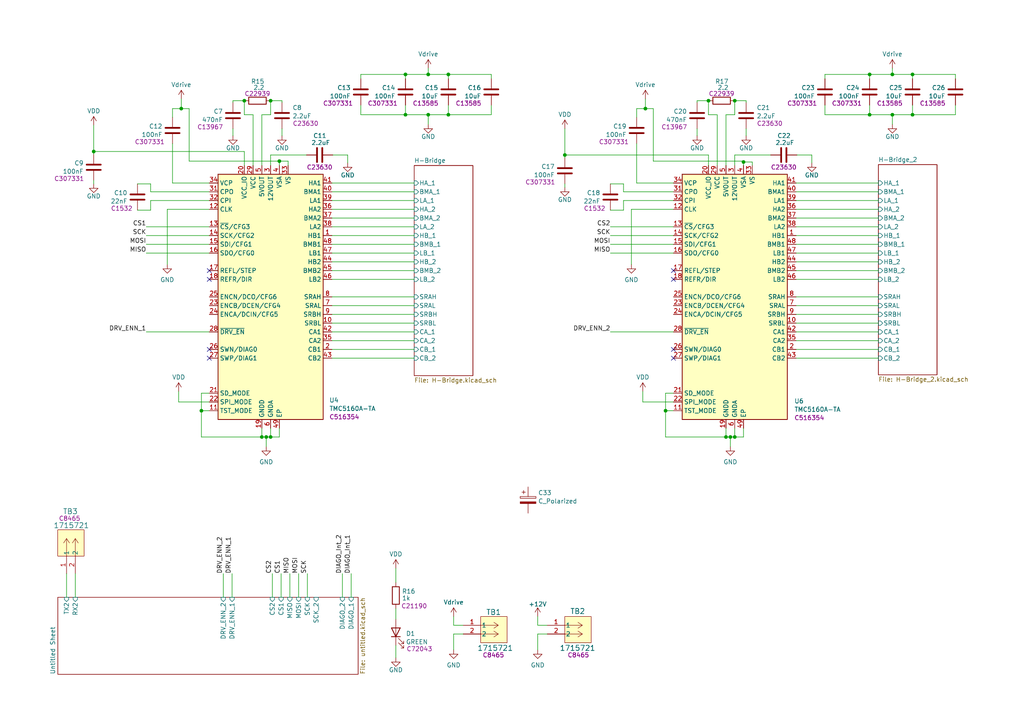
<source format=kicad_sch>
(kicad_sch (version 20230121) (generator eeschema)

  (uuid 0e408099-9a7b-4f0e-9c0e-0727c07a80ad)

  (paper "A4")

  (lib_symbols
    (symbol "Device:C" (pin_numbers hide) (pin_names (offset 0.254)) (in_bom yes) (on_board yes)
      (property "Reference" "C" (at 0.635 2.54 0)
        (effects (font (size 1.27 1.27)) (justify left))
      )
      (property "Value" "C" (at 0.635 -2.54 0)
        (effects (font (size 1.27 1.27)) (justify left))
      )
      (property "Footprint" "" (at 0.9652 -3.81 0)
        (effects (font (size 1.27 1.27)) hide)
      )
      (property "Datasheet" "~" (at 1.27 -5.08 0)
        (effects (font (size 1.27 1.27)) hide)
      )
      (property "JLCPCB Part #" "" (at 4.826 -5.08 0)
        (effects (font (size 1.27 1.27)))
      )
      (property "JLCPCB Rotation Offset" "0" (at 1.27 -5.08 0)
        (effects (font (size 1.27 1.27)) hide)
      )
      (property "JLCPCB Position Offset" "0,0" (at 2.54 -5.08 0)
        (effects (font (size 1.27 1.27)) hide)
      )
      (property "Description" "Cap" (at 0 0 0)
        (effects (font (size 1.27 1.27)) hide)
      )
      (property "ki_keywords" "cap capacitor" (at 0 0 0)
        (effects (font (size 1.27 1.27)) hide)
      )
      (property "ki_description" "Unpolarized capacitor" (at 0 0 0)
        (effects (font (size 1.27 1.27)) hide)
      )
      (property "ki_fp_filters" "C_*" (at 0 0 0)
        (effects (font (size 1.27 1.27)) hide)
      )
      (symbol "C_0_1"
        (polyline
          (pts
            (xy -2.032 -0.762)
            (xy 2.032 -0.762)
          )
          (stroke (width 0.508) (type default))
          (fill (type none))
        )
        (polyline
          (pts
            (xy -2.032 0.762)
            (xy 2.032 0.762)
          )
          (stroke (width 0.508) (type default))
          (fill (type none))
        )
      )
      (symbol "C_1_1"
        (pin passive line (at 0 3.81 270) (length 2.794)
          (name "~" (effects (font (size 1.27 1.27))))
          (number "1" (effects (font (size 1.27 1.27))))
        )
        (pin passive line (at 0 -3.81 90) (length 2.794)
          (name "~" (effects (font (size 1.27 1.27))))
          (number "2" (effects (font (size 1.27 1.27))))
        )
      )
    )
    (symbol "Device:C_Polarized" (pin_numbers hide) (pin_names (offset 0.254)) (in_bom yes) (on_board yes)
      (property "Reference" "C" (at 0.635 2.54 0)
        (effects (font (size 1.27 1.27)) (justify left))
      )
      (property "Value" "C_Polarized" (at 0.635 -2.54 0)
        (effects (font (size 1.27 1.27)) (justify left))
      )
      (property "Footprint" "" (at 0.9652 -3.81 0)
        (effects (font (size 1.27 1.27)) hide)
      )
      (property "Datasheet" "~" (at 0 0 0)
        (effects (font (size 1.27 1.27)) hide)
      )
      (property "JLCPCB Part #" "" (at 0 0 0)
        (effects (font (size 1.27 1.27)))
      )
      (property "JLCPCB Rotation Offset" "0" (at 0 0 0)
        (effects (font (size 1.27 1.27)) hide)
      )
      (property "JLCPCB Position Offset" "0,0" (at 0 0 0)
        (effects (font (size 1.27 1.27)) hide)
      )
      (property "ki_keywords" "cap capacitor" (at 0 0 0)
        (effects (font (size 1.27 1.27)) hide)
      )
      (property "ki_description" "Polarized capacitor" (at 0 0 0)
        (effects (font (size 1.27 1.27)) hide)
      )
      (property "ki_fp_filters" "CP_*" (at 0 0 0)
        (effects (font (size 1.27 1.27)) hide)
      )
      (symbol "C_Polarized_0_1"
        (rectangle (start -2.286 0.508) (end 2.286 1.016)
          (stroke (width 0) (type default))
          (fill (type none))
        )
        (polyline
          (pts
            (xy -1.778 2.286)
            (xy -0.762 2.286)
          )
          (stroke (width 0) (type default))
          (fill (type none))
        )
        (polyline
          (pts
            (xy -1.27 2.794)
            (xy -1.27 1.778)
          )
          (stroke (width 0) (type default))
          (fill (type none))
        )
        (rectangle (start 2.286 -0.508) (end -2.286 -1.016)
          (stroke (width 0) (type default))
          (fill (type outline))
        )
      )
      (symbol "C_Polarized_1_1"
        (pin passive line (at 0 3.81 270) (length 2.794)
          (name "~" (effects (font (size 1.27 1.27))))
          (number "1" (effects (font (size 1.27 1.27))))
        )
        (pin passive line (at 0 -3.81 90) (length 2.794)
          (name "~" (effects (font (size 1.27 1.27))))
          (number "2" (effects (font (size 1.27 1.27))))
        )
      )
    )
    (symbol "Device:LED" (pin_numbers hide) (pin_names (offset 1.016) hide) (in_bom yes) (on_board yes)
      (property "Reference" "D" (at 0 2.54 0)
        (effects (font (size 1.27 1.27)))
      )
      (property "Value" "LED" (at 0 -2.54 0)
        (effects (font (size 1.27 1.27)))
      )
      (property "Footprint" "" (at 0 0 0)
        (effects (font (size 1.27 1.27)) hide)
      )
      (property "Datasheet" "~" (at 0 0 0)
        (effects (font (size 1.27 1.27)) hide)
      )
      (property "JLCPCB Part #" "" (at 0 -4.064 0)
        (effects (font (size 1.27 1.27)))
      )
      (property "JLCPCB Rotation Offset" "0" (at 2.286 2.286 0)
        (effects (font (size 1.27 1.27)) hide)
      )
      (property "JLCPCB Position Offset" "0,0" (at 4.572 2.286 0)
        (effects (font (size 1.27 1.27)) hide)
      )
      (property "ki_keywords" "LED diode" (at 0 0 0)
        (effects (font (size 1.27 1.27)) hide)
      )
      (property "ki_description" "Light emitting diode" (at 0 0 0)
        (effects (font (size 1.27 1.27)) hide)
      )
      (property "ki_fp_filters" "LED* LED_SMD:* LED_THT:*" (at 0 0 0)
        (effects (font (size 1.27 1.27)) hide)
      )
      (symbol "LED_0_1"
        (polyline
          (pts
            (xy -1.27 -1.27)
            (xy -1.27 1.27)
          )
          (stroke (width 0.254) (type default))
          (fill (type none))
        )
        (polyline
          (pts
            (xy -1.27 0)
            (xy 1.27 0)
          )
          (stroke (width 0) (type default))
          (fill (type none))
        )
        (polyline
          (pts
            (xy 1.27 -1.27)
            (xy 1.27 1.27)
            (xy -1.27 0)
            (xy 1.27 -1.27)
          )
          (stroke (width 0.254) (type default))
          (fill (type none))
        )
        (polyline
          (pts
            (xy -3.048 -0.762)
            (xy -4.572 -2.286)
            (xy -3.81 -2.286)
            (xy -4.572 -2.286)
            (xy -4.572 -1.524)
          )
          (stroke (width 0) (type default))
          (fill (type none))
        )
        (polyline
          (pts
            (xy -1.778 -0.762)
            (xy -3.302 -2.286)
            (xy -2.54 -2.286)
            (xy -3.302 -2.286)
            (xy -3.302 -1.524)
          )
          (stroke (width 0) (type default))
          (fill (type none))
        )
      )
      (symbol "LED_1_1"
        (pin passive line (at -3.81 0 0) (length 2.54)
          (name "K" (effects (font (size 1.27 1.27))))
          (number "1" (effects (font (size 1.27 1.27))))
        )
        (pin passive line (at 3.81 0 180) (length 2.54)
          (name "A" (effects (font (size 1.27 1.27))))
          (number "2" (effects (font (size 1.27 1.27))))
        )
      )
    )
    (symbol "Device:R" (pin_numbers hide) (pin_names (offset 0)) (in_bom yes) (on_board yes)
      (property "Reference" "R" (at 2.032 0 90)
        (effects (font (size 1.27 1.27)))
      )
      (property "Value" "R" (at 0 0 90)
        (effects (font (size 1.27 1.27)))
      )
      (property "Footprint" "" (at -1.778 0 90)
        (effects (font (size 1.27 1.27)) hide)
      )
      (property "Datasheet" "~" (at 0 0 0)
        (effects (font (size 1.27 1.27)) hide)
      )
      (property "JLCPCB Part #" "" (at 0 0 0)
        (effects (font (size 1.27 1.27)) hide)
      )
      (property "JLCPCB Rotation Offset" "0" (at 0 0 0)
        (effects (font (size 1.27 1.27)) hide)
      )
      (property "JLCPCB Position Offset" "0,0" (at 0 0 0)
        (effects (font (size 1.27 1.27)) hide)
      )
      (property "Description" "Resistor" (at 5.08 -2.54 0)
        (effects (font (size 1.27 1.27)) hide)
      )
      (property "ki_keywords" "R res resistor" (at 0 0 0)
        (effects (font (size 1.27 1.27)) hide)
      )
      (property "ki_description" "Resistor" (at 0 0 0)
        (effects (font (size 1.27 1.27)) hide)
      )
      (property "ki_fp_filters" "R_*" (at 0 0 0)
        (effects (font (size 1.27 1.27)) hide)
      )
      (symbol "R_0_1"
        (rectangle (start -1.016 -2.54) (end 1.016 2.54)
          (stroke (width 0.254) (type default))
          (fill (type none))
        )
      )
      (symbol "R_1_1"
        (pin passive line (at 0 3.81 270) (length 1.27)
          (name "~" (effects (font (size 1.27 1.27))))
          (number "1" (effects (font (size 1.27 1.27))))
        )
        (pin passive line (at 0 -3.81 90) (length 1.27)
          (name "~" (effects (font (size 1.27 1.27))))
          (number "2" (effects (font (size 1.27 1.27))))
        )
      )
    )
    (symbol "Driver_Motor:TMC5160A-TA" (in_bom yes) (on_board yes)
      (property "Reference" "U" (at -11.43 38.1 0)
        (effects (font (size 1.27 1.27)) (justify right))
      )
      (property "Value" "TMC5160A-TA" (at 10.16 38.1 0)
        (effects (font (size 1.27 1.27)) (justify left))
      )
      (property "Footprint" "Package_QFP:TQFP-48-1EP_7x7mm_P0.5mm_EP5x5mm_ThermalVias" (at 0 -50.8 0)
        (effects (font (size 1.27 1.27)) hide)
      )
      (property "Datasheet" "https://www.trinamic.com/fileadmin/assets/Products/ICs_Documents/TMC5160A_Datasheet_Rev1.14.pdf" (at 0 10.16 0)
        (effects (font (size 1.27 1.27)) hide)
      )
      (property "JLCPCB Part #" "C516354" (at 0 0 0)
        (effects (font (size 1.27 1.27)))
      )
      (property "JLCPCB Rotation Offset" "0" (at 0 0 0)
        (effects (font (size 1.27 1.27)) hide)
      )
      (property "JLCPCB Position Offset" "0,0" (at 0 0 0)
        (effects (font (size 1.27 1.27)) hide)
      )
      (property "ki_keywords" "stepper motor driver trinamic" (at 0 0 0)
        (effects (font (size 1.27 1.27)) hide)
      )
      (property "ki_description" "20A Driver for two-phase bipolar stepper motor, SPI, UART, TQFP-48" (at 0 0 0)
        (effects (font (size 1.27 1.27)) hide)
      )
      (property "ki_fp_filters" "TQFP*1EP*7x7mm*P0.5mm*" (at 0 0 0)
        (effects (font (size 1.27 1.27)) hide)
      )
      (symbol "TMC5160A-TA_1_0"
        (rectangle (start -15.24 -35.56) (end 15.24 35.56)
          (stroke (width 0.254) (type default))
          (fill (type background))
        )
      )
      (symbol "TMC5160A-TA_1_1"
        (pin output line (at 17.78 17.78 180) (length 2.54)
          (name "HB1" (effects (font (size 1.27 1.27))))
          (number "1" (effects (font (size 1.27 1.27))))
        )
        (pin passive line (at 17.78 -7.62 180) (length 2.54)
          (name "SRBL" (effects (font (size 1.27 1.27))))
          (number "10" (effects (font (size 1.27 1.27))))
        )
        (pin input line (at -17.78 -33.02 0) (length 2.54)
          (name "TST_MODE" (effects (font (size 1.27 1.27))))
          (number "11" (effects (font (size 1.27 1.27))))
        )
        (pin input line (at -17.78 25.4 0) (length 2.54)
          (name "CLK" (effects (font (size 1.27 1.27))))
          (number "12" (effects (font (size 1.27 1.27))))
        )
        (pin input line (at -17.78 20.32 0) (length 2.54)
          (name "~{CS}/CFG3" (effects (font (size 1.27 1.27))))
          (number "13" (effects (font (size 1.27 1.27))))
        )
        (pin input line (at -17.78 17.78 0) (length 2.54)
          (name "SCK/CFG2" (effects (font (size 1.27 1.27))))
          (number "14" (effects (font (size 1.27 1.27))))
        )
        (pin input line (at -17.78 15.24 0) (length 2.54)
          (name "SDI/CFG1" (effects (font (size 1.27 1.27))))
          (number "15" (effects (font (size 1.27 1.27))))
        )
        (pin bidirectional line (at -17.78 12.7 0) (length 2.54)
          (name "SDO/CFG0" (effects (font (size 1.27 1.27))))
          (number "16" (effects (font (size 1.27 1.27))))
        )
        (pin input line (at -17.78 7.62 0) (length 2.54)
          (name "REFL/STEP" (effects (font (size 1.27 1.27))))
          (number "17" (effects (font (size 1.27 1.27))))
        )
        (pin input line (at -17.78 5.08 0) (length 2.54)
          (name "REFR/DIR" (effects (font (size 1.27 1.27))))
          (number "18" (effects (font (size 1.27 1.27))))
        )
        (pin power_in line (at -2.54 -38.1 90) (length 2.54)
          (name "GNDD" (effects (font (size 1.27 1.27))))
          (number "19" (effects (font (size 1.27 1.27))))
        )
        (pin passive line (at 17.78 -15.24 180) (length 2.54)
          (name "CB1" (effects (font (size 1.27 1.27))))
          (number "2" (effects (font (size 1.27 1.27))))
        )
        (pin power_in line (at -7.62 38.1 270) (length 2.54)
          (name "VCC_IO" (effects (font (size 1.27 1.27))))
          (number "20" (effects (font (size 1.27 1.27))))
        )
        (pin input line (at -17.78 -27.94 0) (length 2.54)
          (name "SD_MODE" (effects (font (size 1.27 1.27))))
          (number "21" (effects (font (size 1.27 1.27))))
        )
        (pin input line (at -17.78 -30.48 0) (length 2.54)
          (name "SPI_MODE" (effects (font (size 1.27 1.27))))
          (number "22" (effects (font (size 1.27 1.27))))
        )
        (pin input line (at -17.78 -2.54 0) (length 2.54)
          (name "ENCB/DCEN/CFG4" (effects (font (size 1.27 1.27))))
          (number "23" (effects (font (size 1.27 1.27))))
        )
        (pin input line (at -17.78 -5.08 0) (length 2.54)
          (name "ENCA/DCIN/CFG5" (effects (font (size 1.27 1.27))))
          (number "24" (effects (font (size 1.27 1.27))))
        )
        (pin bidirectional line (at -17.78 0 0) (length 2.54)
          (name "ENCN/DCO/CFG6" (effects (font (size 1.27 1.27))))
          (number "25" (effects (font (size 1.27 1.27))))
        )
        (pin bidirectional line (at -17.78 -15.24 0) (length 2.54)
          (name "SWN/DIAG0" (effects (font (size 1.27 1.27))))
          (number "26" (effects (font (size 1.27 1.27))))
        )
        (pin bidirectional line (at -17.78 -17.78 0) (length 2.54)
          (name "SWP/DIAG1" (effects (font (size 1.27 1.27))))
          (number "27" (effects (font (size 1.27 1.27))))
        )
        (pin input line (at -17.78 -10.16 0) (length 2.54)
          (name "~{DRV_EN}" (effects (font (size 1.27 1.27))))
          (number "28" (effects (font (size 1.27 1.27))))
        )
        (pin power_in line (at -5.08 38.1 270) (length 2.54)
          (name "VCC" (effects (font (size 1.27 1.27))))
          (number "29" (effects (font (size 1.27 1.27))))
        )
        (pin power_out line (at 0 38.1 270) (length 2.54)
          (name "12VOUT" (effects (font (size 1.27 1.27))))
          (number "3" (effects (font (size 1.27 1.27))))
        )
        (pin passive line (at -2.54 -38.1 90) (length 2.54) hide
          (name "GNDD" (effects (font (size 1.27 1.27))))
          (number "30" (effects (font (size 1.27 1.27))))
        )
        (pin passive line (at -17.78 30.48 0) (length 2.54)
          (name "CPO" (effects (font (size 1.27 1.27))))
          (number "31" (effects (font (size 1.27 1.27))))
        )
        (pin passive line (at -17.78 27.94 0) (length 2.54)
          (name "CPI" (effects (font (size 1.27 1.27))))
          (number "32" (effects (font (size 1.27 1.27))))
        )
        (pin power_in line (at 5.08 38.1 270) (length 2.54)
          (name "VS" (effects (font (size 1.27 1.27))))
          (number "33" (effects (font (size 1.27 1.27))))
        )
        (pin passive line (at -17.78 33.02 0) (length 2.54)
          (name "VCP" (effects (font (size 1.27 1.27))))
          (number "34" (effects (font (size 1.27 1.27))))
        )
        (pin passive line (at 17.78 -12.7 180) (length 2.54)
          (name "CA2" (effects (font (size 1.27 1.27))))
          (number "35" (effects (font (size 1.27 1.27))))
        )
        (pin output line (at 17.78 25.4 180) (length 2.54)
          (name "HA2" (effects (font (size 1.27 1.27))))
          (number "36" (effects (font (size 1.27 1.27))))
        )
        (pin passive line (at 17.78 22.86 180) (length 2.54)
          (name "BMA2" (effects (font (size 1.27 1.27))))
          (number "37" (effects (font (size 1.27 1.27))))
        )
        (pin output line (at 17.78 20.32 180) (length 2.54)
          (name "LA2" (effects (font (size 1.27 1.27))))
          (number "38" (effects (font (size 1.27 1.27))))
        )
        (pin output line (at 17.78 27.94 180) (length 2.54)
          (name "LA1" (effects (font (size 1.27 1.27))))
          (number "39" (effects (font (size 1.27 1.27))))
        )
        (pin power_in line (at 2.54 38.1 270) (length 2.54)
          (name "VSA" (effects (font (size 1.27 1.27))))
          (number "4" (effects (font (size 1.27 1.27))))
        )
        (pin passive line (at 17.78 30.48 180) (length 2.54)
          (name "BMA1" (effects (font (size 1.27 1.27))))
          (number "40" (effects (font (size 1.27 1.27))))
        )
        (pin output line (at 17.78 33.02 180) (length 2.54)
          (name "HA1" (effects (font (size 1.27 1.27))))
          (number "41" (effects (font (size 1.27 1.27))))
        )
        (pin passive line (at 17.78 -10.16 180) (length 2.54)
          (name "CA1" (effects (font (size 1.27 1.27))))
          (number "42" (effects (font (size 1.27 1.27))))
        )
        (pin passive line (at 17.78 -17.78 180) (length 2.54)
          (name "CB2" (effects (font (size 1.27 1.27))))
          (number "43" (effects (font (size 1.27 1.27))))
        )
        (pin output line (at 17.78 10.16 180) (length 2.54)
          (name "HB2" (effects (font (size 1.27 1.27))))
          (number "44" (effects (font (size 1.27 1.27))))
        )
        (pin passive line (at 17.78 7.62 180) (length 2.54)
          (name "BMB2" (effects (font (size 1.27 1.27))))
          (number "45" (effects (font (size 1.27 1.27))))
        )
        (pin output line (at 17.78 5.08 180) (length 2.54)
          (name "LB2" (effects (font (size 1.27 1.27))))
          (number "46" (effects (font (size 1.27 1.27))))
        )
        (pin output line (at 17.78 12.7 180) (length 2.54)
          (name "LB1" (effects (font (size 1.27 1.27))))
          (number "47" (effects (font (size 1.27 1.27))))
        )
        (pin passive line (at 17.78 15.24 180) (length 2.54)
          (name "BMB1" (effects (font (size 1.27 1.27))))
          (number "48" (effects (font (size 1.27 1.27))))
        )
        (pin power_in line (at 2.54 -38.1 90) (length 2.54)
          (name "EP" (effects (font (size 1.27 1.27))))
          (number "49" (effects (font (size 1.27 1.27))))
        )
        (pin power_out line (at -2.54 38.1 270) (length 2.54)
          (name "5VOUT" (effects (font (size 1.27 1.27))))
          (number "5" (effects (font (size 1.27 1.27))))
        )
        (pin power_in line (at 0 -38.1 90) (length 2.54)
          (name "GNDA" (effects (font (size 1.27 1.27))))
          (number "6" (effects (font (size 1.27 1.27))))
        )
        (pin passive line (at 17.78 -2.54 180) (length 2.54)
          (name "SRAL" (effects (font (size 1.27 1.27))))
          (number "7" (effects (font (size 1.27 1.27))))
        )
        (pin passive line (at 17.78 0 180) (length 2.54)
          (name "SRAH" (effects (font (size 1.27 1.27))))
          (number "8" (effects (font (size 1.27 1.27))))
        )
        (pin passive line (at 17.78 -5.08 180) (length 2.54)
          (name "SRBH" (effects (font (size 1.27 1.27))))
          (number "9" (effects (font (size 1.27 1.27))))
        )
      )
    )
    (symbol "JLCPCB_Connectors_Screw:P5.08_2POS_PHX" (pin_names (offset 0.254)) (in_bom yes) (on_board yes)
      (property "Reference" "TB" (at 8.89 3.81 0)
        (effects (font (size 1.524 1.524)))
      )
      (property "Value" "1715721" (at 8.89 -6.35 0)
        (effects (font (size 1.524 1.524)))
      )
      (property "Footprint" "JLCPCB_Connectors_THT:Screw_P5.08mm_2POS_PHX" (at 0 0 0)
        (effects (font (size 1.27 1.27) italic) hide)
      )
      (property "Datasheet" "https://datasheet.lcsc.com/lcsc/1912251636_Ningbo-Kangnex-Elec-WJ500V-5-08-2P_C8465.pdf" (at 0 0 0)
        (effects (font (size 1.27 1.27) italic) hide)
      )
      (property "JLCPCB Part #" "C8465" (at 8.89 -8.89 0)
        (effects (font (size 1.27 1.27)))
      )
      (property "JLCPCB Rotation Offset" "180" (at -1.27 0 0)
        (effects (font (size 1.27 1.27)) hide)
      )
      (property "JLCPCB Position Offset" "-2.54,0" (at 0 0 0)
        (effects (font (size 1.27 1.27)) hide)
      )
      (property "ki_keywords" "P5.08, 2POS" (at 0 0 0)
        (effects (font (size 1.27 1.27)) hide)
      )
      (property "ki_description" "1x2P 18A 250V Green Straight pin 5.08mm P=5.08mm  Screw terminal ROHS" (at 0 0 0)
        (effects (font (size 1.27 1.27)) hide)
      )
      (property "ki_fp_filters" "CONN_1715721_PXC" (at 0 0 0)
        (effects (font (size 1.27 1.27)) hide)
      )
      (symbol "P5.08_2POS_PHX_1_1"
        (polyline
          (pts
            (xy 10.16 -2.54)
            (xy 5.08 -2.54)
          )
          (stroke (width 0.127) (type default))
          (fill (type none))
        )
        (polyline
          (pts
            (xy 10.16 -2.54)
            (xy 8.89 -3.3867)
          )
          (stroke (width 0.127) (type default))
          (fill (type none))
        )
        (polyline
          (pts
            (xy 10.16 -2.54)
            (xy 8.89 -1.6933)
          )
          (stroke (width 0.127) (type default))
          (fill (type none))
        )
        (polyline
          (pts
            (xy 10.16 0)
            (xy 5.08 0)
          )
          (stroke (width 0.127) (type default))
          (fill (type none))
        )
        (polyline
          (pts
            (xy 10.16 0)
            (xy 8.89 -0.8467)
          )
          (stroke (width 0.127) (type default))
          (fill (type none))
        )
        (polyline
          (pts
            (xy 10.16 0)
            (xy 8.89 0.8467)
          )
          (stroke (width 0.127) (type default))
          (fill (type none))
        )
        (rectangle (start 5.08 2.54) (end 12.7 -5.08)
          (stroke (width 0) (type default))
          (fill (type background))
        )
        (pin unspecified line (at 0 0 0) (length 5.08)
          (name "1" (effects (font (size 1.27 1.27))))
          (number "1" (effects (font (size 1.27 1.27))))
        )
        (pin unspecified line (at 0 -2.54 0) (length 5.08)
          (name "2" (effects (font (size 1.27 1.27))))
          (number "2" (effects (font (size 1.27 1.27))))
        )
      )
      (symbol "P5.08_2POS_PHX_1_2"
        (polyline
          (pts
            (xy 5.08 -5.08)
            (xy 12.7 -5.08)
          )
          (stroke (width 0.127) (type default))
          (fill (type none))
        )
        (polyline
          (pts
            (xy 5.08 2.54)
            (xy 5.08 -5.08)
          )
          (stroke (width 0.127) (type default))
          (fill (type none))
        )
        (polyline
          (pts
            (xy 7.62 -2.54)
            (xy 5.08 -2.54)
          )
          (stroke (width 0.127) (type default))
          (fill (type none))
        )
        (polyline
          (pts
            (xy 7.62 -2.54)
            (xy 8.89 -3.3867)
          )
          (stroke (width 0.127) (type default))
          (fill (type none))
        )
        (polyline
          (pts
            (xy 7.62 -2.54)
            (xy 8.89 -1.6933)
          )
          (stroke (width 0.127) (type default))
          (fill (type none))
        )
        (polyline
          (pts
            (xy 7.62 0)
            (xy 5.08 0)
          )
          (stroke (width 0.127) (type default))
          (fill (type none))
        )
        (polyline
          (pts
            (xy 7.62 0)
            (xy 8.89 -0.8467)
          )
          (stroke (width 0.127) (type default))
          (fill (type none))
        )
        (polyline
          (pts
            (xy 7.62 0)
            (xy 8.89 0.8467)
          )
          (stroke (width 0.127) (type default))
          (fill (type none))
        )
        (polyline
          (pts
            (xy 12.7 -5.08)
            (xy 12.7 2.54)
          )
          (stroke (width 0.127) (type default))
          (fill (type none))
        )
        (polyline
          (pts
            (xy 12.7 2.54)
            (xy 5.08 2.54)
          )
          (stroke (width 0.127) (type default))
          (fill (type none))
        )
        (pin unspecified line (at 0 0 0) (length 5.08)
          (name "1" (effects (font (size 1.27 1.27))))
          (number "1" (effects (font (size 1.27 1.27))))
        )
        (pin unspecified line (at 0 -2.54 0) (length 5.08)
          (name "2" (effects (font (size 1.27 1.27))))
          (number "2" (effects (font (size 1.27 1.27))))
        )
      )
    )
    (symbol "power:+12V" (power) (pin_names (offset 0)) (in_bom yes) (on_board yes)
      (property "Reference" "#PWR" (at 0 -3.81 0)
        (effects (font (size 1.27 1.27)) hide)
      )
      (property "Value" "+12V" (at 0 3.556 0)
        (effects (font (size 1.27 1.27)))
      )
      (property "Footprint" "" (at 0 0 0)
        (effects (font (size 1.27 1.27)) hide)
      )
      (property "Datasheet" "" (at 0 0 0)
        (effects (font (size 1.27 1.27)) hide)
      )
      (property "ki_keywords" "power-flag" (at 0 0 0)
        (effects (font (size 1.27 1.27)) hide)
      )
      (property "ki_description" "Power symbol creates a global label with name \"+12V\"" (at 0 0 0)
        (effects (font (size 1.27 1.27)) hide)
      )
      (symbol "+12V_0_1"
        (polyline
          (pts
            (xy -0.762 1.27)
            (xy 0 2.54)
          )
          (stroke (width 0) (type default))
          (fill (type none))
        )
        (polyline
          (pts
            (xy 0 0)
            (xy 0 2.54)
          )
          (stroke (width 0) (type default))
          (fill (type none))
        )
        (polyline
          (pts
            (xy 0 2.54)
            (xy 0.762 1.27)
          )
          (stroke (width 0) (type default))
          (fill (type none))
        )
      )
      (symbol "+12V_1_1"
        (pin power_in line (at 0 0 90) (length 0) hide
          (name "+12V" (effects (font (size 1.27 1.27))))
          (number "1" (effects (font (size 1.27 1.27))))
        )
      )
    )
    (symbol "power:GND" (power) (pin_names (offset 0)) (in_bom yes) (on_board yes)
      (property "Reference" "#PWR" (at 0 -6.35 0)
        (effects (font (size 1.27 1.27)) hide)
      )
      (property "Value" "GND" (at 0 -3.81 0)
        (effects (font (size 1.27 1.27)))
      )
      (property "Footprint" "" (at 0 0 0)
        (effects (font (size 1.27 1.27)) hide)
      )
      (property "Datasheet" "" (at 0 0 0)
        (effects (font (size 1.27 1.27)) hide)
      )
      (property "ki_keywords" "power-flag" (at 0 0 0)
        (effects (font (size 1.27 1.27)) hide)
      )
      (property "ki_description" "Power symbol creates a global label with name \"GND\" , ground" (at 0 0 0)
        (effects (font (size 1.27 1.27)) hide)
      )
      (symbol "GND_0_1"
        (polyline
          (pts
            (xy 0 0)
            (xy 0 -1.27)
            (xy 1.27 -1.27)
            (xy 0 -2.54)
            (xy -1.27 -1.27)
            (xy 0 -1.27)
          )
          (stroke (width 0) (type default))
          (fill (type none))
        )
      )
      (symbol "GND_1_1"
        (pin power_in line (at 0 0 270) (length 0) hide
          (name "GND" (effects (font (size 1.27 1.27))))
          (number "1" (effects (font (size 1.27 1.27))))
        )
      )
    )
    (symbol "power:VDD" (power) (pin_names (offset 0)) (in_bom yes) (on_board yes)
      (property "Reference" "#PWR" (at 0 -3.81 0)
        (effects (font (size 1.27 1.27)) hide)
      )
      (property "Value" "VDD" (at 0 3.81 0)
        (effects (font (size 1.27 1.27)))
      )
      (property "Footprint" "" (at 0 0 0)
        (effects (font (size 1.27 1.27)) hide)
      )
      (property "Datasheet" "" (at 0 0 0)
        (effects (font (size 1.27 1.27)) hide)
      )
      (property "ki_keywords" "global power" (at 0 0 0)
        (effects (font (size 1.27 1.27)) hide)
      )
      (property "ki_description" "Power symbol creates a global label with name \"VDD\"" (at 0 0 0)
        (effects (font (size 1.27 1.27)) hide)
      )
      (symbol "VDD_0_1"
        (polyline
          (pts
            (xy -0.762 1.27)
            (xy 0 2.54)
          )
          (stroke (width 0) (type default))
          (fill (type none))
        )
        (polyline
          (pts
            (xy 0 0)
            (xy 0 2.54)
          )
          (stroke (width 0) (type default))
          (fill (type none))
        )
        (polyline
          (pts
            (xy 0 2.54)
            (xy 0.762 1.27)
          )
          (stroke (width 0) (type default))
          (fill (type none))
        )
      )
      (symbol "VDD_1_1"
        (pin power_in line (at 0 0 90) (length 0) hide
          (name "VDD" (effects (font (size 1.27 1.27))))
          (number "1" (effects (font (size 1.27 1.27))))
        )
      )
    )
    (symbol "power:Vdrive" (power) (pin_names (offset 0)) (in_bom yes) (on_board yes)
      (property "Reference" "#PWR" (at -5.08 -3.81 0)
        (effects (font (size 1.27 1.27)) hide)
      )
      (property "Value" "Vdrive" (at 0 3.81 0)
        (effects (font (size 1.27 1.27)))
      )
      (property "Footprint" "" (at 0 0 0)
        (effects (font (size 1.27 1.27)) hide)
      )
      (property "Datasheet" "" (at 0 0 0)
        (effects (font (size 1.27 1.27)) hide)
      )
      (property "ki_keywords" "global power" (at 0 0 0)
        (effects (font (size 1.27 1.27)) hide)
      )
      (property "ki_description" "Power symbol creates a global label with name \"Vdrive\"" (at 0 0 0)
        (effects (font (size 1.27 1.27)) hide)
      )
      (symbol "Vdrive_0_1"
        (polyline
          (pts
            (xy -0.762 1.27)
            (xy 0 2.54)
          )
          (stroke (width 0) (type default))
          (fill (type none))
        )
        (polyline
          (pts
            (xy 0 0)
            (xy 0 2.54)
          )
          (stroke (width 0) (type default))
          (fill (type none))
        )
        (polyline
          (pts
            (xy 0 2.54)
            (xy 0.762 1.27)
          )
          (stroke (width 0) (type default))
          (fill (type none))
        )
      )
      (symbol "Vdrive_1_1"
        (pin power_in line (at 0 0 90) (length 0) hide
          (name "Vdrive" (effects (font (size 1.27 1.27))))
          (number "1" (effects (font (size 1.27 1.27))))
        )
      )
    )
  )

  (junction (at 78.486 126.746) (diameter 0) (color 0 0 0 0)
    (uuid 1dfa133d-423a-4ac8-8339-0b6dc0b650d1)
  )
  (junction (at 81.026 46.736) (diameter 0) (color 0 0 0 0)
    (uuid 1f8199a3-a5ed-433e-acb2-e8d606d59f35)
  )
  (junction (at 130.048 33.274) (diameter 0) (color 0 0 0 0)
    (uuid 30351bad-9ca5-42c2-8e9c-2eed007815d9)
  )
  (junction (at 117.602 21.59) (diameter 0) (color 0 0 0 0)
    (uuid 40531622-295f-4757-9015-2f6ab56178eb)
  )
  (junction (at 213.106 29.21) (diameter 0) (color 0 0 0 0)
    (uuid 483390fd-300b-46cc-9d52-1bd9b0a7c7a2)
  )
  (junction (at 213.106 126.746) (diameter 0) (color 0 0 0 0)
    (uuid 4adfd733-e3f2-4ab9-951d-8d998e2b8784)
  )
  (junction (at 130.048 21.59) (diameter 0) (color 0 0 0 0)
    (uuid 51b7a731-8633-4aab-a730-4b694557b7c0)
  )
  (junction (at 117.602 33.274) (diameter 0) (color 0 0 0 0)
    (uuid 5d28a02b-5cb3-40de-83d9-fb798c918d97)
  )
  (junction (at 258.826 33.274) (diameter 0) (color 0 0 0 0)
    (uuid 6146afa7-8367-4efa-ac0d-b608bf90a16c)
  )
  (junction (at 210.566 126.746) (diameter 0) (color 0 0 0 0)
    (uuid 6217f5e9-146f-4e47-978d-ab280c5ec4b7)
  )
  (junction (at 77.216 126.746) (diameter 0) (color 0 0 0 0)
    (uuid 647a3f08-21db-466b-8584-1ab99d8642c6)
  )
  (junction (at 258.826 21.59) (diameter 0) (color 0 0 0 0)
    (uuid 68aee328-d72c-4d8f-9152-317210fae4b4)
  )
  (junction (at 205.486 29.21) (diameter 0) (color 0 0 0 0)
    (uuid 6d63ba71-7bde-4215-bdf2-d96a5422c389)
  )
  (junction (at 252.222 21.59) (diameter 0) (color 0 0 0 0)
    (uuid 7702ab41-3828-42ab-ab98-67f9153f30c8)
  )
  (junction (at 264.668 21.59) (diameter 0) (color 0 0 0 0)
    (uuid 7a235782-2419-4f9c-831f-17445f377565)
  )
  (junction (at 187.198 31.496) (diameter 0) (color 0 0 0 0)
    (uuid 9551196f-eb9f-4cca-ac69-aa91f701a814)
  )
  (junction (at 215.646 46.99) (diameter 0) (color 0 0 0 0)
    (uuid 9d6a21a2-f3c9-4b8b-92d4-77d6b5ddb4a7)
  )
  (junction (at 52.578 31.496) (diameter 0) (color 0 0 0 0)
    (uuid a17078bc-114f-4f5a-9d63-34176d76b317)
  )
  (junction (at 124.206 21.59) (diameter 0) (color 0 0 0 0)
    (uuid abd7fa3c-f406-464d-83fd-11ca89643182)
  )
  (junction (at 27.178 43.942) (diameter 0) (color 0 0 0 0)
    (uuid ae263e4d-fac9-47ff-9524-1a80354642ec)
  )
  (junction (at 211.836 126.746) (diameter 0) (color 0 0 0 0)
    (uuid b2506426-8a2c-4e42-8ad9-146c3a2f9011)
  )
  (junction (at 75.946 126.746) (diameter 0) (color 0 0 0 0)
    (uuid d0dabf3e-8509-448b-a227-aab5bdefef0a)
  )
  (junction (at 163.83 44.958) (diameter 0) (color 0 0 0 0)
    (uuid dcc75e70-7f0b-43d1-94d3-5aafa0811abd)
  )
  (junction (at 58.42 119.126) (diameter 0) (color 0 0 0 0)
    (uuid e0b8e05c-1dc5-4f19-a421-073d714fcacb)
  )
  (junction (at 193.04 119.126) (diameter 0) (color 0 0 0 0)
    (uuid e0e544ca-bee2-4fea-a695-9c883682687d)
  )
  (junction (at 78.486 29.21) (diameter 0) (color 0 0 0 0)
    (uuid e62a6610-7d57-4f7d-a649-a6c28bc00236)
  )
  (junction (at 264.668 33.274) (diameter 0) (color 0 0 0 0)
    (uuid f0dd3f91-1402-4eaa-84a9-d9b6a7033f86)
  )
  (junction (at 252.222 33.274) (diameter 0) (color 0 0 0 0)
    (uuid f4efdcda-dca3-45f7-b8d9-a51345146acf)
  )
  (junction (at 70.866 29.21) (diameter 0) (color 0 0 0 0)
    (uuid fc162543-b377-44e9-9f38-cd804525ffb1)
  )
  (junction (at 124.206 33.274) (diameter 0) (color 0 0 0 0)
    (uuid fdb46303-3ca2-40a5-95fc-ad8f55fb7853)
  )

  (no_connect (at 195.326 81.026) (uuid 0962aafd-4e62-40a9-9f72-c0f461694d2b))
  (no_connect (at 60.706 81.026) (uuid 10d41280-fb65-4004-94ae-3dfaca9e931c))
  (no_connect (at 195.326 103.886) (uuid 39a51557-7333-420a-a094-237d8dfba69c))
  (no_connect (at 60.706 103.886) (uuid 72d3be1d-0116-43b4-a117-444ec0eb4155))
  (no_connect (at 60.706 101.346) (uuid a38064de-b42b-4f7e-afc9-2678a1194098))
  (no_connect (at 195.326 101.346) (uuid a44a2f18-3853-4ac4-996c-9a4f8805e8be))
  (no_connect (at 195.326 78.486) (uuid bbcef703-f654-42ec-9a88-140ff99d32a7))
  (no_connect (at 60.706 78.486) (uuid f52b498b-797a-4f55-9f34-d25883763727))

  (wire (pts (xy 81.788 29.718) (xy 81.788 29.21))
    (stroke (width 0) (type default))
    (uuid 020db51f-29f6-4d3c-a0da-8335a49211bc)
  )
  (wire (pts (xy 239.268 21.59) (xy 239.268 22.86))
    (stroke (width 0) (type default))
    (uuid 040319b1-5633-4b8c-8542-99ecfac2db3e)
  )
  (wire (pts (xy 230.886 96.266) (xy 254.762 96.266))
    (stroke (width 0) (type default))
    (uuid 049cc1d5-c2f2-4efa-98b6-c521ca090217)
  )
  (wire (pts (xy 117.602 30.48) (xy 117.602 33.274))
    (stroke (width 0) (type default))
    (uuid 055f41a1-c3bf-4347-ad36-0d7feb90ca4e)
  )
  (wire (pts (xy 252.222 33.274) (xy 239.268 33.274))
    (stroke (width 0) (type default))
    (uuid 058b37af-f2a6-45e1-aca8-eb0624d104ad)
  )
  (wire (pts (xy 195.326 116.586) (xy 186.436 116.586))
    (stroke (width 0) (type default))
    (uuid 069df967-5532-4253-a3fd-5f82cce41261)
  )
  (wire (pts (xy 215.646 46.736) (xy 189.484 46.736))
    (stroke (width 0) (type default))
    (uuid 08540ee9-3fbe-4f77-8e75-0782226b2691)
  )
  (wire (pts (xy 96.266 86.106) (xy 120.142 86.106))
    (stroke (width 0) (type default))
    (uuid 08a411a7-96c2-4a9f-a6a4-b8e2a58267f2)
  )
  (wire (pts (xy 96.266 58.166) (xy 120.142 58.166))
    (stroke (width 0) (type default))
    (uuid 0d3d34a5-6dc6-4947-bbab-63eda00eaad3)
  )
  (wire (pts (xy 252.222 30.48) (xy 252.222 33.274))
    (stroke (width 0) (type default))
    (uuid 0dab5d68-d27c-4519-a50f-b9f07a1d1712)
  )
  (wire (pts (xy 213.106 126.746) (xy 213.106 124.206))
    (stroke (width 0) (type default))
    (uuid 0e36f5fd-d58d-4fdc-8b05-cc4a62305882)
  )
  (wire (pts (xy 258.826 21.59) (xy 264.668 21.59))
    (stroke (width 0) (type default))
    (uuid 0e9d1861-3b60-43f0-80b4-648d7b3fd0cc)
  )
  (wire (pts (xy 193.04 114.046) (xy 193.04 119.126))
    (stroke (width 0) (type default))
    (uuid 0f960519-b2d6-4f2a-8438-fbcf762a5c7e)
  )
  (wire (pts (xy 96.266 73.406) (xy 120.142 73.406))
    (stroke (width 0) (type default))
    (uuid 10cf5ae7-eb55-49d7-9ebd-f51fbfd45c8e)
  )
  (wire (pts (xy 189.484 46.736) (xy 189.484 31.496))
    (stroke (width 0) (type default))
    (uuid 10e26b29-b6c0-4923-a17e-20173b3e8781)
  )
  (wire (pts (xy 177.038 68.326) (xy 195.326 68.326))
    (stroke (width 0) (type default))
    (uuid 10e40341-0db4-45be-b9ba-4b15fe53fafa)
  )
  (wire (pts (xy 67.31 166.37) (xy 67.31 173.228))
    (stroke (width 0) (type default))
    (uuid 11bbf85e-8ce6-4dee-9ef5-3994b30fc716)
  )
  (wire (pts (xy 99.314 166.37) (xy 99.314 173.228))
    (stroke (width 0) (type default))
    (uuid 11e40111-9132-48af-ba60-e6eff3a4dcfb)
  )
  (wire (pts (xy 83.566 46.736) (xy 83.566 48.006))
    (stroke (width 0) (type default))
    (uuid 149ca0a2-2289-48e4-9ffe-b7340f6d6693)
  )
  (wire (pts (xy 230.886 68.326) (xy 254.762 68.326))
    (stroke (width 0) (type default))
    (uuid 183ac0bf-b711-4199-aae4-7dee67bbcf7e)
  )
  (wire (pts (xy 64.77 166.37) (xy 64.77 173.228))
    (stroke (width 0) (type default))
    (uuid 196321f2-f65e-488a-8737-1b3d88337792)
  )
  (wire (pts (xy 186.436 113.538) (xy 186.436 116.586))
    (stroke (width 0) (type default))
    (uuid 1a8b8434-dfef-41d8-9db1-3247b4ebb0cf)
  )
  (wire (pts (xy 48.514 60.706) (xy 60.706 60.706))
    (stroke (width 0) (type default))
    (uuid 1aadfb54-3e25-485a-b0ca-49d9aae00b26)
  )
  (wire (pts (xy 230.886 60.706) (xy 254.762 60.706))
    (stroke (width 0) (type default))
    (uuid 1b3a4518-5313-4d62-8de6-f2573a88f7fd)
  )
  (wire (pts (xy 104.648 30.48) (xy 104.648 33.274))
    (stroke (width 0) (type default))
    (uuid 1c6f347d-11a3-4856-819e-2cdbbf8688a8)
  )
  (wire (pts (xy 77.216 126.746) (xy 78.486 126.746))
    (stroke (width 0) (type default))
    (uuid 1d0843b3-a4d5-4b16-8fcf-589055f4f8a5)
  )
  (wire (pts (xy 230.886 58.166) (xy 254.762 58.166))
    (stroke (width 0) (type default))
    (uuid 1d37c29a-9338-4913-b529-4f60e9ecef00)
  )
  (wire (pts (xy 252.222 21.59) (xy 239.268 21.59))
    (stroke (width 0) (type default))
    (uuid 1d81a521-2c49-40dd-af4a-bf8b66505eae)
  )
  (wire (pts (xy 230.886 86.106) (xy 254.762 86.106))
    (stroke (width 0) (type default))
    (uuid 1e5bdd4f-1280-4e8c-9dd5-9c524103d013)
  )
  (wire (pts (xy 42.418 70.866) (xy 60.706 70.866))
    (stroke (width 0) (type default))
    (uuid 1f6a546f-93fb-4481-b00e-750f422b16ed)
  )
  (wire (pts (xy 81.026 46.736) (xy 81.026 48.006))
    (stroke (width 0) (type default))
    (uuid 1ffa699e-aee6-414f-898f-6b5eb7554748)
  )
  (wire (pts (xy 230.886 63.246) (xy 254.762 63.246))
    (stroke (width 0) (type default))
    (uuid 20fb5b86-21be-4544-a96d-6a65f57bb561)
  )
  (wire (pts (xy 52.578 31.496) (xy 54.864 31.496))
    (stroke (width 0) (type default))
    (uuid 210b876a-e5ad-445d-9ef4-0055fde19051)
  )
  (wire (pts (xy 96.266 103.886) (xy 120.142 103.886))
    (stroke (width 0) (type default))
    (uuid 21dc95d7-47c3-4c58-8cd1-cb7a6ca41b8b)
  )
  (wire (pts (xy 50.038 31.496) (xy 50.038 34.036))
    (stroke (width 0) (type default))
    (uuid 250c4c6b-aeae-469d-9d19-944fea3a1b76)
  )
  (wire (pts (xy 184.658 31.496) (xy 184.658 34.036))
    (stroke (width 0) (type default))
    (uuid 25442f59-817d-4ace-8c04-ad4e3e860205)
  )
  (wire (pts (xy 96.266 55.626) (xy 120.142 55.626))
    (stroke (width 0) (type default))
    (uuid 25a2c17b-01fc-494d-8259-e2d1ff2c3d2d)
  )
  (wire (pts (xy 48.514 76.708) (xy 48.514 60.706))
    (stroke (width 0) (type default))
    (uuid 25eef480-5875-48a2-bcb9-5afd93a259c6)
  )
  (wire (pts (xy 230.886 70.866) (xy 254.762 70.866))
    (stroke (width 0) (type default))
    (uuid 268f19c9-94d1-4631-b49a-1c94db5bdf5e)
  )
  (wire (pts (xy 177.038 70.866) (xy 195.326 70.866))
    (stroke (width 0) (type default))
    (uuid 2709bc83-11d3-4bc1-b8bf-4666779bf8fb)
  )
  (wire (pts (xy 89.154 166.37) (xy 89.154 173.228))
    (stroke (width 0) (type default))
    (uuid 27130955-298f-4adc-8450-2d97753b4fc8)
  )
  (wire (pts (xy 216.408 29.21) (xy 213.106 29.21))
    (stroke (width 0) (type default))
    (uuid 27c1befe-8cb4-4b31-af47-e0118431938e)
  )
  (wire (pts (xy 70.866 29.21) (xy 70.866 33.274))
    (stroke (width 0) (type default))
    (uuid 28077918-2cd4-43da-9dda-bcf2b64e1784)
  )
  (wire (pts (xy 60.706 114.046) (xy 58.42 114.046))
    (stroke (width 0) (type default))
    (uuid 2ca749c8-8f6e-417b-9153-64ebd4bd2f33)
  )
  (wire (pts (xy 96.266 91.186) (xy 120.142 91.186))
    (stroke (width 0) (type default))
    (uuid 2ee32849-662c-4873-a976-a43186123256)
  )
  (wire (pts (xy 67.564 29.718) (xy 67.564 29.21))
    (stroke (width 0) (type default))
    (uuid 3144233e-2512-428c-bb50-3efe4ba1163b)
  )
  (wire (pts (xy 210.566 33.274) (xy 210.566 48.006))
    (stroke (width 0) (type default))
    (uuid 34144fe9-ca7c-46e4-a60b-1f2fa0199177)
  )
  (wire (pts (xy 117.602 22.86) (xy 117.602 21.59))
    (stroke (width 0) (type default))
    (uuid 341dc1d7-212f-40cc-8aa6-1a87ba2815cc)
  )
  (wire (pts (xy 117.602 21.59) (xy 104.648 21.59))
    (stroke (width 0) (type default))
    (uuid 34e536e7-99af-47d5-aea2-d1fad44bce1b)
  )
  (wire (pts (xy 81.026 124.206) (xy 81.026 126.746))
    (stroke (width 0) (type default))
    (uuid 3797e2e1-6816-4262-b7dc-8541b431efa4)
  )
  (wire (pts (xy 104.648 21.59) (xy 104.648 22.86))
    (stroke (width 0) (type default))
    (uuid 384bad8f-37d4-4023-ad94-20e45ff52245)
  )
  (wire (pts (xy 163.83 53.34) (xy 163.83 54.356))
    (stroke (width 0) (type default))
    (uuid 38abdd02-1355-41de-ba74-7a4a402da536)
  )
  (wire (pts (xy 81.026 126.746) (xy 78.486 126.746))
    (stroke (width 0) (type default))
    (uuid 38c02dcf-b7b1-4f95-a76f-666862f9bac3)
  )
  (wire (pts (xy 96.266 93.726) (xy 120.142 93.726))
    (stroke (width 0) (type default))
    (uuid 3a7f076f-6238-4328-9320-d1df51fc24d5)
  )
  (wire (pts (xy 81.788 37.338) (xy 81.788 39.37))
    (stroke (width 0) (type default))
    (uuid 3b18d484-1ae0-41e5-96a3-fc096272e75d)
  )
  (wire (pts (xy 277.114 22.86) (xy 277.114 21.59))
    (stroke (width 0) (type default))
    (uuid 3b9f823a-ec54-4a57-ae8c-8ad88f9547fe)
  )
  (wire (pts (xy 43.688 55.626) (xy 60.706 55.626))
    (stroke (width 0) (type default))
    (uuid 3bec23a8-da7c-406a-9f93-948b63b49920)
  )
  (wire (pts (xy 205.486 29.21) (xy 205.486 33.274))
    (stroke (width 0) (type default))
    (uuid 3ca0863e-c1d4-4fe1-a02d-8d90d7cf85e4)
  )
  (wire (pts (xy 210.566 126.746) (xy 211.836 126.746))
    (stroke (width 0) (type default))
    (uuid 3d4d2362-8838-444c-a3c5-ead069756018)
  )
  (wire (pts (xy 67.564 37.338) (xy 67.564 39.37))
    (stroke (width 0) (type default))
    (uuid 3e0a5cb1-6427-4e71-a878-75b735726d42)
  )
  (wire (pts (xy 158.75 181.356) (xy 155.956 181.356))
    (stroke (width 0) (type default))
    (uuid 3e591ff6-4a05-490f-a905-5145cd87f456)
  )
  (wire (pts (xy 81.534 166.37) (xy 81.534 173.228))
    (stroke (width 0) (type default))
    (uuid 3f3a1ffb-9671-4a14-ae05-4bb85db36811)
  )
  (wire (pts (xy 163.83 44.958) (xy 205.486 44.958))
    (stroke (width 0) (type default))
    (uuid 4027da79-c04e-48d6-ba65-d3a7cec81e9c)
  )
  (wire (pts (xy 183.134 60.706) (xy 195.326 60.706))
    (stroke (width 0) (type default))
    (uuid 430f170c-18fd-4fd1-b878-73fcb7e5783b)
  )
  (wire (pts (xy 100.838 47.244) (xy 100.838 44.958))
    (stroke (width 0) (type default))
    (uuid 460e8239-7b3b-4ff8-bf5f-f1290f70c649)
  )
  (wire (pts (xy 27.178 36.322) (xy 27.178 43.942))
    (stroke (width 0) (type default))
    (uuid 462941d8-6e15-4586-9070-841bd4554af7)
  )
  (wire (pts (xy 60.706 119.126) (xy 58.42 119.126))
    (stroke (width 0) (type default))
    (uuid 470dca37-13cc-4f52-9039-1f25afba9fe6)
  )
  (wire (pts (xy 42.418 96.266) (xy 60.706 96.266))
    (stroke (width 0) (type default))
    (uuid 484b5fd3-d246-41d7-81ce-96ea73a26da9)
  )
  (wire (pts (xy 75.946 33.274) (xy 78.486 33.274))
    (stroke (width 0) (type default))
    (uuid 4ca847eb-8e53-4b5c-8ca6-50bb7e24a470)
  )
  (wire (pts (xy 264.668 33.274) (xy 258.826 33.274))
    (stroke (width 0) (type default))
    (uuid 4d2bffb7-da72-485a-9498-16e315f4c403)
  )
  (wire (pts (xy 213.106 48.006) (xy 213.106 44.958))
    (stroke (width 0) (type default))
    (uuid 4da13374-9e09-485e-accb-4c872f908d46)
  )
  (wire (pts (xy 230.886 103.886) (xy 254.762 103.886))
    (stroke (width 0) (type default))
    (uuid 4f86200f-4d43-4f5f-9adf-483618abb0dc)
  )
  (wire (pts (xy 58.42 126.746) (xy 75.946 126.746))
    (stroke (width 0) (type default))
    (uuid 4f92ad5b-6430-4e89-aa2b-e8cefb28d3be)
  )
  (wire (pts (xy 51.816 113.538) (xy 51.816 116.586))
    (stroke (width 0) (type default))
    (uuid 525c020b-54c1-49bf-a94d-e79acafd584c)
  )
  (wire (pts (xy 117.602 21.59) (xy 124.206 21.59))
    (stroke (width 0) (type default))
    (uuid 52af1073-0fc3-4e15-a96f-7cb274f15f2b)
  )
  (wire (pts (xy 117.602 33.274) (xy 104.648 33.274))
    (stroke (width 0) (type default))
    (uuid 5448c0ae-6cd6-4043-b88c-2f09de3b9910)
  )
  (wire (pts (xy 264.668 22.86) (xy 264.668 21.59))
    (stroke (width 0) (type default))
    (uuid 546001c9-4bbc-4396-ad48-3b4cb55954e8)
  )
  (wire (pts (xy 96.266 53.086) (xy 120.142 53.086))
    (stroke (width 0) (type default))
    (uuid 54afc8d1-7ce3-486d-b278-aa0ef23bfadd)
  )
  (wire (pts (xy 258.826 33.274) (xy 258.826 36.068))
    (stroke (width 0) (type default))
    (uuid 586b54aa-fe39-498d-a3b9-8ee89066e251)
  )
  (wire (pts (xy 142.494 30.48) (xy 142.494 33.274))
    (stroke (width 0) (type default))
    (uuid 58be82e7-8155-409b-a90f-5d6d022be8a1)
  )
  (wire (pts (xy 130.048 33.274) (xy 124.206 33.274))
    (stroke (width 0) (type default))
    (uuid 59c0657a-8524-47c5-9c57-fb93a2e1b3a8)
  )
  (wire (pts (xy 58.42 114.046) (xy 58.42 119.126))
    (stroke (width 0) (type default))
    (uuid 5a8a1dbc-2dc5-4f9a-949e-112b89c3ff2e)
  )
  (wire (pts (xy 114.808 176.53) (xy 114.808 179.578))
    (stroke (width 0) (type default))
    (uuid 5da5b54a-72c7-4d47-97c8-8fe368b087d0)
  )
  (wire (pts (xy 43.688 58.166) (xy 60.706 58.166))
    (stroke (width 0) (type default))
    (uuid 5e9a29f4-1bec-473c-9166-765ea9c3bb02)
  )
  (wire (pts (xy 211.836 126.746) (xy 211.836 129.54))
    (stroke (width 0) (type default))
    (uuid 5eca9226-a850-4f1d-8b00-af16952582d5)
  )
  (wire (pts (xy 75.946 126.746) (xy 77.216 126.746))
    (stroke (width 0) (type default))
    (uuid 5f4e4c09-cbee-48c3-8e14-d2f9b92c5dbd)
  )
  (wire (pts (xy 54.864 46.736) (xy 54.864 31.496))
    (stroke (width 0) (type default))
    (uuid 604b7996-76a8-410e-84f2-e9aaa7c453ec)
  )
  (wire (pts (xy 180.848 60.96) (xy 180.848 58.166))
    (stroke (width 0) (type default))
    (uuid 60a3ba84-3bed-4cae-8afd-f43fddd09ed3)
  )
  (wire (pts (xy 130.048 30.48) (xy 130.048 33.274))
    (stroke (width 0) (type default))
    (uuid 6123986a-e788-4ced-8d04-56ae8e84a81a)
  )
  (wire (pts (xy 43.688 53.34) (xy 43.688 55.626))
    (stroke (width 0) (type default))
    (uuid 624b515c-f490-4dd1-b67f-d17a7caea215)
  )
  (wire (pts (xy 184.658 53.086) (xy 195.326 53.086))
    (stroke (width 0) (type default))
    (uuid 65f0858f-0399-42f4-8857-09f05941e6bc)
  )
  (wire (pts (xy 180.848 53.34) (xy 180.848 55.626))
    (stroke (width 0) (type default))
    (uuid 672ba1df-5cc7-4f8b-b35e-d4f32afc4757)
  )
  (wire (pts (xy 52.578 31.496) (xy 50.038 31.496))
    (stroke (width 0) (type default))
    (uuid 686e700d-d38e-4e88-9eed-4bae6ba73635)
  )
  (wire (pts (xy 96.266 70.866) (xy 120.142 70.866))
    (stroke (width 0) (type default))
    (uuid 6875c137-0f42-4ff8-a82c-e963786cf3ae)
  )
  (wire (pts (xy 130.048 22.86) (xy 130.048 21.59))
    (stroke (width 0) (type default))
    (uuid 69236eb7-dd61-4c10-aca1-831cf4ecaacf)
  )
  (wire (pts (xy 180.848 55.626) (xy 195.326 55.626))
    (stroke (width 0) (type default))
    (uuid 6b814c39-b278-4b74-83cf-e5a31d39d13c)
  )
  (wire (pts (xy 96.266 75.946) (xy 120.142 75.946))
    (stroke (width 0) (type default))
    (uuid 6cd33a01-44be-4d02-8ebb-2b8e88a4d1bc)
  )
  (wire (pts (xy 101.854 166.37) (xy 101.854 173.228))
    (stroke (width 0) (type default))
    (uuid 6eec3ed2-b764-460b-9041-ce8422454cbf)
  )
  (wire (pts (xy 202.184 29.21) (xy 205.486 29.21))
    (stroke (width 0) (type default))
    (uuid 6fbbf093-5640-47a4-bf60-7432283734bb)
  )
  (wire (pts (xy 163.83 37.338) (xy 163.83 44.958))
    (stroke (width 0) (type default))
    (uuid 712450df-1f51-463a-b4c3-05fe0433424e)
  )
  (wire (pts (xy 211.836 126.746) (xy 213.106 126.746))
    (stroke (width 0) (type default))
    (uuid 7447e96e-69a9-4e04-9efc-7f20f1401eae)
  )
  (wire (pts (xy 73.406 33.274) (xy 73.406 48.006))
    (stroke (width 0) (type default))
    (uuid 77f7b418-df1e-46e6-995d-764331b3e8c2)
  )
  (wire (pts (xy 230.886 73.406) (xy 254.762 73.406))
    (stroke (width 0) (type default))
    (uuid 795154bc-c3bb-4e5a-8f36-34a309d42e25)
  )
  (wire (pts (xy 50.038 41.656) (xy 50.038 53.086))
    (stroke (width 0) (type default))
    (uuid 79ca309a-1bc1-4d1b-ab5d-131233dc60a8)
  )
  (wire (pts (xy 187.198 31.496) (xy 184.658 31.496))
    (stroke (width 0) (type default))
    (uuid 7b7edb2f-7b3a-4345-831f-9d351a8a85b8)
  )
  (wire (pts (xy 43.688 60.96) (xy 43.688 58.166))
    (stroke (width 0) (type default))
    (uuid 7bc095fc-915d-4cfa-8adb-d73f70f207a2)
  )
  (wire (pts (xy 183.134 76.708) (xy 183.134 60.706))
    (stroke (width 0) (type default))
    (uuid 7c1531c9-964c-4ad8-9836-6fbf395e83d8)
  )
  (wire (pts (xy 155.956 188.468) (xy 155.956 183.896))
    (stroke (width 0) (type default))
    (uuid 7c3889f7-bb36-47f3-8f23-458e76d14f9f)
  )
  (wire (pts (xy 58.42 119.126) (xy 58.42 126.746))
    (stroke (width 0) (type default))
    (uuid 7e1a265e-f285-4991-8a7a-0e10e19274dc)
  )
  (wire (pts (xy 213.106 126.746) (xy 215.646 126.746))
    (stroke (width 0) (type default))
    (uuid 7e280bb1-43dd-4488-a15b-3f7f97868897)
  )
  (wire (pts (xy 96.266 96.266) (xy 120.142 96.266))
    (stroke (width 0) (type default))
    (uuid 7ed57fc8-b240-4836-bab0-6d22bcba76ec)
  )
  (wire (pts (xy 131.572 183.896) (xy 134.366 183.896))
    (stroke (width 0) (type default))
    (uuid 7f8ab8c3-7463-4e69-ac62-7c23a2a2df85)
  )
  (wire (pts (xy 39.878 53.34) (xy 43.688 53.34))
    (stroke (width 0) (type default))
    (uuid 7fd3bd81-7c1b-48a9-9ea1-3b6080f79786)
  )
  (wire (pts (xy 184.658 41.656) (xy 184.658 53.086))
    (stroke (width 0) (type default))
    (uuid 807b7a3c-6cb2-4aa4-b16d-6afec3303063)
  )
  (wire (pts (xy 163.83 45.72) (xy 163.83 44.958))
    (stroke (width 0) (type default))
    (uuid 810a4c47-ba5d-4bbd-9a68-4a53d7e20d49)
  )
  (wire (pts (xy 124.206 33.274) (xy 124.206 36.068))
    (stroke (width 0) (type default))
    (uuid 836013bd-1ed9-4738-acf9-6b9123d4efae)
  )
  (wire (pts (xy 210.566 33.274) (xy 213.106 33.274))
    (stroke (width 0) (type default))
    (uuid 86c513e4-3773-4727-8982-1323665ab8e9)
  )
  (wire (pts (xy 177.038 73.406) (xy 195.326 73.406))
    (stroke (width 0) (type default))
    (uuid 89979c35-db58-4ff6-9781-2d6933b98325)
  )
  (wire (pts (xy 277.114 33.274) (xy 264.668 33.274))
    (stroke (width 0) (type default))
    (uuid 8b193a5f-3e82-493b-a10d-0d7e6766c832)
  )
  (wire (pts (xy 96.266 101.346) (xy 120.142 101.346))
    (stroke (width 0) (type default))
    (uuid 8b857d52-6516-47c3-b92f-4fb4bffd9c68)
  )
  (wire (pts (xy 142.494 33.274) (xy 130.048 33.274))
    (stroke (width 0) (type default))
    (uuid 8c12a08e-48c2-45d1-8be9-fc7f6c9fe989)
  )
  (wire (pts (xy 81.788 29.21) (xy 78.486 29.21))
    (stroke (width 0) (type default))
    (uuid 8d62d9d5-e4c8-4438-812e-28c898ee581b)
  )
  (wire (pts (xy 96.266 68.326) (xy 120.142 68.326))
    (stroke (width 0) (type default))
    (uuid 8fac8232-f5cd-4c52-a1d9-2202b95cb2fe)
  )
  (wire (pts (xy 96.266 81.026) (xy 120.142 81.026))
    (stroke (width 0) (type default))
    (uuid 904f9db1-03fc-409e-8b53-c56ac6188581)
  )
  (wire (pts (xy 230.886 101.346) (xy 254.762 101.346))
    (stroke (width 0) (type default))
    (uuid 91682be6-ae73-45b3-993c-ee65fa1c47dc)
  )
  (wire (pts (xy 78.486 126.746) (xy 78.486 124.206))
    (stroke (width 0) (type default))
    (uuid 938acffc-7122-4c1a-b7b3-8a1be0e707a6)
  )
  (wire (pts (xy 100.838 44.958) (xy 96.52 44.958))
    (stroke (width 0) (type default))
    (uuid 94fc9c1a-1dad-41b3-aaca-60c2c4f33ee1)
  )
  (wire (pts (xy 230.886 75.946) (xy 254.762 75.946))
    (stroke (width 0) (type default))
    (uuid 96864113-41d6-4ea9-9aab-1a80a1b634ee)
  )
  (wire (pts (xy 42.418 65.786) (xy 60.706 65.786))
    (stroke (width 0) (type default))
    (uuid 98a60d61-d78d-45c0-a631-c93a057304c7)
  )
  (wire (pts (xy 235.458 47.244) (xy 235.458 44.958))
    (stroke (width 0) (type default))
    (uuid 9bc67b68-c471-40b9-83dc-382f4f265b9c)
  )
  (wire (pts (xy 70.866 43.942) (xy 70.866 48.006))
    (stroke (width 0) (type default))
    (uuid 9e10796f-02e0-4012-9775-f4f223f032f1)
  )
  (wire (pts (xy 124.206 33.274) (xy 117.602 33.274))
    (stroke (width 0) (type default))
    (uuid 9e771b49-1f2a-4fed-925c-42f1dd95e5a6)
  )
  (wire (pts (xy 213.106 29.21) (xy 213.106 33.274))
    (stroke (width 0) (type default))
    (uuid a0d2a317-3a18-4674-8a8b-c0ddfa0fb5b1)
  )
  (wire (pts (xy 42.418 73.406) (xy 60.706 73.406))
    (stroke (width 0) (type default))
    (uuid a3aa2aec-0420-4b1b-bb6f-fd18fa5b7d56)
  )
  (wire (pts (xy 73.406 33.274) (xy 70.866 33.274))
    (stroke (width 0) (type default))
    (uuid a3bedef2-d683-4737-b710-0eebf7815479)
  )
  (wire (pts (xy 230.886 78.486) (xy 254.762 78.486))
    (stroke (width 0) (type default))
    (uuid a517382e-1d4e-4844-a66a-be17c5469caf)
  )
  (wire (pts (xy 124.206 21.59) (xy 130.048 21.59))
    (stroke (width 0) (type default))
    (uuid a6169737-b677-4ffc-90d3-f798db9d0796)
  )
  (wire (pts (xy 177.038 96.266) (xy 195.326 96.266))
    (stroke (width 0) (type default))
    (uuid a6c3e21a-0e52-45e5-a255-966a20120d28)
  )
  (wire (pts (xy 230.886 65.786) (xy 254.762 65.786))
    (stroke (width 0) (type default))
    (uuid a6ed78e7-ea50-4ff3-98b7-8cf32ed5d3ac)
  )
  (wire (pts (xy 78.994 166.37) (xy 78.994 173.228))
    (stroke (width 0) (type default))
    (uuid a818a38c-8aca-4f19-b216-74bef7392027)
  )
  (wire (pts (xy 130.048 21.59) (xy 142.494 21.59))
    (stroke (width 0) (type default))
    (uuid a9745940-8a80-43ad-ba3a-113095d10323)
  )
  (wire (pts (xy 131.572 188.468) (xy 131.572 183.896))
    (stroke (width 0) (type default))
    (uuid a98f8495-7891-4efa-b00f-1bc2a37bfadd)
  )
  (wire (pts (xy 52.578 28.702) (xy 52.578 31.496))
    (stroke (width 0) (type default))
    (uuid aade6ae2-b3b8-457d-9796-86eff1f78cdd)
  )
  (wire (pts (xy 193.04 119.126) (xy 193.04 126.746))
    (stroke (width 0) (type default))
    (uuid ace09e4a-dfd8-4f51-b0d4-6accf3b31a85)
  )
  (wire (pts (xy 230.886 98.806) (xy 254.762 98.806))
    (stroke (width 0) (type default))
    (uuid adf136ba-f04c-4f82-bef3-16d13db896af)
  )
  (wire (pts (xy 39.878 60.96) (xy 43.688 60.96))
    (stroke (width 0) (type default))
    (uuid af2e0046-bd9c-49b6-9798-1a72f05b0c10)
  )
  (wire (pts (xy 131.572 178.816) (xy 131.572 181.356))
    (stroke (width 0) (type default))
    (uuid b15bede0-4de8-43b4-83e4-332fbf25b9d6)
  )
  (wire (pts (xy 142.494 22.86) (xy 142.494 21.59))
    (stroke (width 0) (type default))
    (uuid b1e85c24-a60f-417d-80e8-a052a91ebab0)
  )
  (wire (pts (xy 215.646 46.99) (xy 218.186 46.99))
    (stroke (width 0) (type default))
    (uuid b1f66f8e-1e52-47b5-bf05-577338644342)
  )
  (wire (pts (xy 277.114 30.48) (xy 277.114 33.274))
    (stroke (width 0) (type default))
    (uuid b33b3386-15c0-4ddf-b38f-fc25ca56636b)
  )
  (wire (pts (xy 213.106 44.958) (xy 223.52 44.958))
    (stroke (width 0) (type default))
    (uuid b44292d9-8d9e-4668-85af-24b4def3b53f)
  )
  (wire (pts (xy 215.646 48.006) (xy 215.646 46.99))
    (stroke (width 0) (type default))
    (uuid b56fcefe-a263-443c-9726-83c3406ce9ab)
  )
  (wire (pts (xy 42.418 68.326) (xy 60.706 68.326))
    (stroke (width 0) (type default))
    (uuid b6d26fbd-600c-48d8-9e1c-63fbee0213fd)
  )
  (wire (pts (xy 230.886 81.026) (xy 254.762 81.026))
    (stroke (width 0) (type default))
    (uuid b8615162-92af-4839-8e85-847b9b250626)
  )
  (wire (pts (xy 208.026 33.274) (xy 208.026 48.006))
    (stroke (width 0) (type default))
    (uuid bcef2ef6-4fd8-40e4-ae59-2665a9f49a86)
  )
  (wire (pts (xy 218.186 46.99) (xy 218.186 48.006))
    (stroke (width 0) (type default))
    (uuid bd382dc6-f934-4d1d-9d2b-a396c7f6f2b5)
  )
  (wire (pts (xy 75.946 124.206) (xy 75.946 126.746))
    (stroke (width 0) (type default))
    (uuid be45e249-d7e8-4034-b768-fcffd9f85967)
  )
  (wire (pts (xy 202.184 29.718) (xy 202.184 29.21))
    (stroke (width 0) (type default))
    (uuid bead9b4b-7e97-4a9e-b961-b826cf8ae6ac)
  )
  (wire (pts (xy 202.184 37.338) (xy 202.184 39.37))
    (stroke (width 0) (type default))
    (uuid bedd71e1-7640-44b7-bd52-a757fbfa8a54)
  )
  (wire (pts (xy 264.668 30.48) (xy 264.668 33.274))
    (stroke (width 0) (type default))
    (uuid bf588bf9-4d8f-4612-aac9-b604bcc867e7)
  )
  (wire (pts (xy 177.038 53.34) (xy 180.848 53.34))
    (stroke (width 0) (type default))
    (uuid bfe49163-4cd1-47ac-ad04-3059de79f875)
  )
  (wire (pts (xy 84.074 166.37) (xy 84.074 173.228))
    (stroke (width 0) (type default))
    (uuid bfeb276c-45e0-4d00-8573-b502f4bd9184)
  )
  (wire (pts (xy 208.026 33.274) (xy 205.486 33.274))
    (stroke (width 0) (type default))
    (uuid c02e11b1-7119-4589-844c-da258c4ce86d)
  )
  (wire (pts (xy 155.956 178.816) (xy 155.956 181.356))
    (stroke (width 0) (type default))
    (uuid c1603a53-8ba6-4623-8af7-881dd504b78a)
  )
  (wire (pts (xy 67.564 29.21) (xy 70.866 29.21))
    (stroke (width 0) (type default))
    (uuid c1a24f15-ddb6-4f51-8162-901145a06cc2)
  )
  (wire (pts (xy 258.826 33.274) (xy 252.222 33.274))
    (stroke (width 0) (type default))
    (uuid c1b7f96e-a6cf-410d-b160-c012b1e53c3d)
  )
  (wire (pts (xy 96.266 78.486) (xy 120.142 78.486))
    (stroke (width 0) (type default))
    (uuid c3e53a9b-60d6-47bb-b2fd-03a85d4c483d)
  )
  (wire (pts (xy 78.486 29.21) (xy 78.486 33.274))
    (stroke (width 0) (type default))
    (uuid c490adfc-9a5d-4ee1-97c0-be0bb72b5c60)
  )
  (wire (pts (xy 77.216 126.746) (xy 77.216 129.54))
    (stroke (width 0) (type default))
    (uuid c52cb911-8d58-48cb-a06f-7223624b9781)
  )
  (wire (pts (xy 114.808 164.846) (xy 114.808 168.91))
    (stroke (width 0) (type default))
    (uuid c60490b5-2e19-4066-8ae1-d8752481e442)
  )
  (wire (pts (xy 124.206 19.812) (xy 124.206 21.59))
    (stroke (width 0) (type default))
    (uuid c827cc18-0784-4071-801b-e2a74318aa27)
  )
  (wire (pts (xy 235.458 44.958) (xy 231.14 44.958))
    (stroke (width 0) (type default))
    (uuid c8284bfd-c70b-411d-95c5-e54229f9b95d)
  )
  (wire (pts (xy 21.844 166.37) (xy 21.844 173.228))
    (stroke (width 0) (type default))
    (uuid c8a330af-52b6-401e-9f31-1bf944e301b1)
  )
  (wire (pts (xy 19.304 166.37) (xy 19.304 173.228))
    (stroke (width 0) (type default))
    (uuid c930f106-c94b-40d1-99d9-5a83f5e87fbd)
  )
  (wire (pts (xy 177.038 65.786) (xy 195.326 65.786))
    (stroke (width 0) (type default))
    (uuid ca45bc57-83c6-4a99-acf5-0743609bf4db)
  )
  (wire (pts (xy 54.864 46.736) (xy 81.026 46.736))
    (stroke (width 0) (type default))
    (uuid cb576ace-8af5-4af9-9c13-c02a83537453)
  )
  (wire (pts (xy 78.486 48.006) (xy 78.486 44.958))
    (stroke (width 0) (type default))
    (uuid cdec8822-27a6-48fc-80a7-da7fc9ca1d22)
  )
  (wire (pts (xy 258.826 19.812) (xy 258.826 21.59))
    (stroke (width 0) (type default))
    (uuid ce754a86-f7b8-440a-8790-3fe73b0e4f65)
  )
  (wire (pts (xy 177.038 60.96) (xy 180.848 60.96))
    (stroke (width 0) (type default))
    (uuid d056b86c-c8a9-45e2-8a3c-d27259cbba0a)
  )
  (wire (pts (xy 96.266 63.246) (xy 120.142 63.246))
    (stroke (width 0) (type default))
    (uuid d343aee8-9bf7-403b-bbcb-bba53a49d61a)
  )
  (wire (pts (xy 264.668 21.59) (xy 277.114 21.59))
    (stroke (width 0) (type default))
    (uuid d4c1a2a8-2391-45c3-83d5-09ea44f80aaa)
  )
  (wire (pts (xy 210.566 124.206) (xy 210.566 126.746))
    (stroke (width 0) (type default))
    (uuid d7e6c744-d786-4cc1-99f4-ce51bdfd7896)
  )
  (wire (pts (xy 187.198 31.496) (xy 189.484 31.496))
    (stroke (width 0) (type default))
    (uuid d8c929d7-390c-4271-87cb-d8fe8ec857d6)
  )
  (wire (pts (xy 195.326 119.126) (xy 193.04 119.126))
    (stroke (width 0) (type default))
    (uuid d9ccb950-ca16-4991-8b7d-d681be2dcd33)
  )
  (wire (pts (xy 230.886 88.646) (xy 254.762 88.646))
    (stroke (width 0) (type default))
    (uuid da8e627a-2f82-4f6c-bea3-925b7169e855)
  )
  (wire (pts (xy 205.486 44.958) (xy 205.486 48.006))
    (stroke (width 0) (type default))
    (uuid dac4abec-cfa4-4f5c-ab67-e95b2bd296d4)
  )
  (wire (pts (xy 114.808 187.198) (xy 114.808 190.754))
    (stroke (width 0) (type default))
    (uuid db5331fd-3b9f-4f90-be64-d985d34f1240)
  )
  (wire (pts (xy 86.614 166.37) (xy 86.614 173.228))
    (stroke (width 0) (type default))
    (uuid dc058607-fda4-4c05-8c06-e79f67bdce83)
  )
  (wire (pts (xy 155.956 183.896) (xy 158.75 183.896))
    (stroke (width 0) (type default))
    (uuid dde00581-8e54-438f-8278-5a6e43f2e9e4)
  )
  (wire (pts (xy 216.408 29.718) (xy 216.408 29.21))
    (stroke (width 0) (type default))
    (uuid defa7faa-239b-4d70-86a7-027bcb28eea5)
  )
  (wire (pts (xy 230.886 91.186) (xy 254.762 91.186))
    (stroke (width 0) (type default))
    (uuid dfbb49d2-1771-46e4-8fba-690b9a62710c)
  )
  (wire (pts (xy 252.222 21.59) (xy 258.826 21.59))
    (stroke (width 0) (type default))
    (uuid e135f484-903d-4ed4-b1b4-bc8cecb45133)
  )
  (wire (pts (xy 187.198 28.702) (xy 187.198 31.496))
    (stroke (width 0) (type default))
    (uuid e2f15077-42c1-4aa7-9128-3ae163e77e41)
  )
  (wire (pts (xy 96.266 65.786) (xy 120.142 65.786))
    (stroke (width 0) (type default))
    (uuid e30502fb-450e-4dd1-b020-77bb57617015)
  )
  (wire (pts (xy 216.408 37.338) (xy 216.408 39.37))
    (stroke (width 0) (type default))
    (uuid e3621f54-9f62-4141-a3e9-41da1a81397d)
  )
  (wire (pts (xy 27.178 44.704) (xy 27.178 43.942))
    (stroke (width 0) (type default))
    (uuid e3fa7865-0e86-42a5-9df2-e781083c8d84)
  )
  (wire (pts (xy 180.848 58.166) (xy 195.326 58.166))
    (stroke (width 0) (type default))
    (uuid e427d7f5-43f2-47a2-9bd0-4235d9db181e)
  )
  (wire (pts (xy 96.266 98.806) (xy 120.142 98.806))
    (stroke (width 0) (type default))
    (uuid e585f577-dc97-4aa6-9d25-59b06ed7f000)
  )
  (wire (pts (xy 230.886 53.086) (xy 254.762 53.086))
    (stroke (width 0) (type default))
    (uuid e8937f89-6568-4f05-b83f-c9717465c510)
  )
  (wire (pts (xy 215.646 46.736) (xy 215.646 46.99))
    (stroke (width 0) (type default))
    (uuid eca77ea7-93d0-47fb-bc06-35faef2c77e2)
  )
  (wire (pts (xy 230.886 93.726) (xy 254.762 93.726))
    (stroke (width 0) (type default))
    (uuid ecac6bb3-6980-4f46-a227-796aa44c6248)
  )
  (wire (pts (xy 134.366 181.356) (xy 131.572 181.356))
    (stroke (width 0) (type default))
    (uuid ecacf3f1-24f0-4379-9866-00a62f0c1cef)
  )
  (wire (pts (xy 193.04 126.746) (xy 210.566 126.746))
    (stroke (width 0) (type default))
    (uuid ee647307-3a0e-41e4-bf44-31cac03d0676)
  )
  (wire (pts (xy 27.178 43.942) (xy 70.866 43.942))
    (stroke (width 0) (type default))
    (uuid ef0892ae-72de-43fc-817e-df7a68cc7a25)
  )
  (wire (pts (xy 81.026 46.736) (xy 83.566 46.736))
    (stroke (width 0) (type default))
    (uuid efaab51e-b4df-4f15-bad3-0d09b572bbcc)
  )
  (wire (pts (xy 75.946 33.274) (xy 75.946 48.006))
    (stroke (width 0) (type default))
    (uuid f0ff8775-7a9a-4b34-8618-d1872d078602)
  )
  (wire (pts (xy 252.222 22.86) (xy 252.222 21.59))
    (stroke (width 0) (type default))
    (uuid f68a3ef4-6c74-4f02-ab6a-4a2e3b7f7abb)
  )
  (wire (pts (xy 239.268 30.48) (xy 239.268 33.274))
    (stroke (width 0) (type default))
    (uuid f6a34a79-82a8-4d15-b838-dae7e0b4d1f8)
  )
  (wire (pts (xy 78.486 44.958) (xy 88.9 44.958))
    (stroke (width 0) (type default))
    (uuid f826a3ee-512f-40da-87f8-99ca1f3f6ca3)
  )
  (wire (pts (xy 96.266 60.706) (xy 120.142 60.706))
    (stroke (width 0) (type default))
    (uuid f865e902-1be7-4bae-8357-19d3dda27999)
  )
  (wire (pts (xy 215.646 124.206) (xy 215.646 126.746))
    (stroke (width 0) (type default))
    (uuid fa8240e3-6532-4d5c-91c8-74d79574bca0)
  )
  (wire (pts (xy 50.038 53.086) (xy 60.706 53.086))
    (stroke (width 0) (type default))
    (uuid fb4bafbf-f244-4008-bf46-7a66550fca31)
  )
  (wire (pts (xy 195.326 114.046) (xy 193.04 114.046))
    (stroke (width 0) (type default))
    (uuid fcd37402-6d14-4d53-9891-9431e526f6fe)
  )
  (wire (pts (xy 230.886 55.626) (xy 254.762 55.626))
    (stroke (width 0) (type default))
    (uuid fd4f1ebe-d89e-4dfc-b65a-b3cab8600966)
  )
  (wire (pts (xy 27.178 52.324) (xy 27.178 53.34))
    (stroke (width 0) (type default))
    (uuid fd65f448-c61f-403e-86a7-7cca239927f7)
  )
  (wire (pts (xy 96.266 88.646) (xy 120.142 88.646))
    (stroke (width 0) (type default))
    (uuid fe49def7-7be3-4d72-9bd2-1f804a051bbc)
  )
  (wire (pts (xy 60.706 116.586) (xy 51.816 116.586))
    (stroke (width 0) (type default))
    (uuid ff6309b8-12a5-420d-927c-f254db77737c)
  )

  (label "DIAGO_Int_1" (at 101.854 166.37 90) (fields_autoplaced)
    (effects (font (size 1.27 1.27)) (justify left bottom))
    (uuid 0cde4b0e-0f9f-4b5e-a8b2-f6e729babd4a)
  )
  (label "SCK" (at 177.038 68.326 180) (fields_autoplaced)
    (effects (font (size 1.27 1.27)) (justify right bottom))
    (uuid 13027c4e-a339-4972-8711-cb4d0ca64fd2)
  )
  (label "CS2" (at 78.994 166.37 90) (fields_autoplaced)
    (effects (font (size 1.27 1.27)) (justify left bottom))
    (uuid 2a29e10d-92f1-44c9-bd35-28e2d94a98bd)
  )
  (label "MOSI" (at 86.614 166.37 90) (fields_autoplaced)
    (effects (font (size 1.27 1.27)) (justify left bottom))
    (uuid 32446c29-7058-4d56-a4f1-79b12346e375)
  )
  (label "SCK" (at 89.154 166.37 90) (fields_autoplaced)
    (effects (font (size 1.27 1.27)) (justify left bottom))
    (uuid 32d2e271-25dd-4379-9bb4-3b18b869cb2c)
  )
  (label "CS2" (at 177.038 65.786 180) (fields_autoplaced)
    (effects (font (size 1.27 1.27)) (justify right bottom))
    (uuid 3a7ab38f-eeb3-4178-a499-84ab299e6516)
  )
  (label "MISO" (at 42.418 73.406 180) (fields_autoplaced)
    (effects (font (size 1.27 1.27)) (justify right bottom))
    (uuid 400ab75e-7fc7-4c27-bfc1-92bff9c5a628)
  )
  (label "DRV_ENN_1" (at 42.418 96.266 180) (fields_autoplaced)
    (effects (font (size 1.27 1.27)) (justify right bottom))
    (uuid 5cbcfb31-7eef-4033-98b1-50bdbecc4eb3)
  )
  (label "MOSI" (at 177.038 70.866 180) (fields_autoplaced)
    (effects (font (size 1.27 1.27)) (justify right bottom))
    (uuid 9d57b368-df9b-4c38-8f4d-7a339e2b35ec)
  )
  (label "SCK" (at 42.418 68.326 180) (fields_autoplaced)
    (effects (font (size 1.27 1.27)) (justify right bottom))
    (uuid ab8d38e5-e2aa-4634-ad66-235326c9b8b2)
  )
  (label "MISO" (at 84.074 166.37 90) (fields_autoplaced)
    (effects (font (size 1.27 1.27)) (justify left bottom))
    (uuid b8e2c75e-64d3-41ad-a937-c23e98fd925f)
  )
  (label "DIAGO_Int_2" (at 99.314 166.37 90) (fields_autoplaced)
    (effects (font (size 1.27 1.27)) (justify left bottom))
    (uuid be9e00e9-66c1-4a62-9df7-5eef546265a1)
  )
  (label "DRV_ENN_2" (at 64.77 166.37 90) (fields_autoplaced)
    (effects (font (size 1.27 1.27)) (justify left bottom))
    (uuid c3e4f8f6-32fb-4173-a778-e071ff55fe8c)
  )
  (label "DRV_ENN_2" (at 177.038 96.266 180) (fields_autoplaced)
    (effects (font (size 1.27 1.27)) (justify right bottom))
    (uuid d2519ced-7608-4ca3-95c3-302201837079)
  )
  (label "MOSI" (at 42.418 70.866 180) (fields_autoplaced)
    (effects (font (size 1.27 1.27)) (justify right bottom))
    (uuid d5dfc2b7-a0ea-4746-9346-f02316d9af4b)
  )
  (label "DRV_ENN_1" (at 67.31 166.37 90) (fields_autoplaced)
    (effects (font (size 1.27 1.27)) (justify left bottom))
    (uuid dc7304ef-b6fd-49c4-8ef4-8b5374f91976)
  )
  (label "MISO" (at 177.038 73.406 180) (fields_autoplaced)
    (effects (font (size 1.27 1.27)) (justify right bottom))
    (uuid f243f51b-8c7f-4ceb-a4ed-af842e2da0b3)
  )
  (label "CS1" (at 42.418 65.786 180) (fields_autoplaced)
    (effects (font (size 1.27 1.27)) (justify right bottom))
    (uuid f6d6b6a6-4aee-47c7-9112-bc649a4e2067)
  )
  (label "CS1" (at 81.534 166.37 90) (fields_autoplaced)
    (effects (font (size 1.27 1.27)) (justify left bottom))
    (uuid f8faee38-b965-451c-a97e-e7110b409aef)
  )

  (symbol (lib_id "Device:C") (at 142.494 26.67 0) (mirror y) (unit 1)
    (in_bom yes) (on_board yes) (dnp no)
    (uuid 00f8520e-15c2-4e18-ad65-e47a9ab7784a)
    (property "Reference" "C16" (at 139.573 25.4579 0)
      (effects (font (size 1.27 1.27)) (justify left))
    )
    (property "Value" "10uF" (at 139.573 27.8821 0)
      (effects (font (size 1.27 1.27)) (justify left))
    )
    (property "Footprint" "Capacitor_SMD:C_1206_3216Metric" (at 141.5288 30.48 0)
      (effects (font (size 1.27 1.27)) hide)
    )
    (property "Datasheet" "~" (at 141.224 31.75 0)
      (effects (font (size 1.27 1.27)) hide)
    )
    (property "JLCPCB Part #" "C13585" (at 135.89 29.972 0)
      (effects (font (size 1.27 1.27)))
    )
    (property "JLCPCB Rotation Offset" "0" (at 141.224 31.75 0)
      (effects (font (size 1.27 1.27)) hide)
    )
    (property "JLCPCB Position Offset" "0,0" (at 139.954 31.75 0)
      (effects (font (size 1.27 1.27)) hide)
    )
    (property "Description" "Cap" (at 142.494 26.67 0)
      (effects (font (size 1.27 1.27)) hide)
    )
    (pin "1" (uuid 36b829ad-bea4-4e17-b8d7-693193762d33))
    (pin "2" (uuid 6e10e72d-8ff4-45bb-a261-46ffbf3e69f2))
    (instances
      (project "Arduino_TMC5160_Driver_Boards_V1"
        (path "/0e408099-9a7b-4f0e-9c0e-0727c07a80ad"
          (reference "C16") (unit 1)
        )
      )
    )
  )

  (symbol (lib_id "power:Vdrive") (at 52.578 28.702 0) (unit 1)
    (in_bom yes) (on_board yes) (dnp no) (fields_autoplaced)
    (uuid 0370217f-a436-4f92-a2cd-1e0086b59a74)
    (property "Reference" "#PWR013" (at 47.498 32.512 0)
      (effects (font (size 1.27 1.27)) hide)
    )
    (property "Value" "Vdrive" (at 52.578 24.5689 0)
      (effects (font (size 1.27 1.27)))
    )
    (property "Footprint" "" (at 52.578 28.702 0)
      (effects (font (size 1.27 1.27)) hide)
    )
    (property "Datasheet" "" (at 52.578 28.702 0)
      (effects (font (size 1.27 1.27)) hide)
    )
    (pin "1" (uuid 2071f23f-a56d-4658-934e-2fb3c5dcaa6c))
    (instances
      (project "Arduino_TMC5160_Driver_Boards_V1"
        (path "/0e408099-9a7b-4f0e-9c0e-0727c07a80ad"
          (reference "#PWR013") (unit 1)
        )
        (path "/0e408099-9a7b-4f0e-9c0e-0727c07a80ad/d4ba7b9f-ab93-4172-9cca-1be7c3952774"
          (reference "#PWR07") (unit 1)
        )
      )
    )
  )

  (symbol (lib_id "Device:C") (at 27.178 48.514 0) (mirror y) (unit 1)
    (in_bom yes) (on_board yes) (dnp no)
    (uuid 06d40016-ff02-40cd-af6e-7f35a5748b8d)
    (property "Reference" "C9" (at 24.257 47.3019 0)
      (effects (font (size 1.27 1.27)) (justify left))
    )
    (property "Value" "100nF" (at 24.257 49.7261 0)
      (effects (font (size 1.27 1.27)) (justify left))
    )
    (property "Footprint" "Capacitor_SMD:C_0402_1005Metric" (at 26.2128 52.324 0)
      (effects (font (size 1.27 1.27)) hide)
    )
    (property "Datasheet" "~" (at 25.908 53.594 0)
      (effects (font (size 1.27 1.27)) hide)
    )
    (property "JLCPCB Part #" "C307331" (at 20.066 51.816 0)
      (effects (font (size 1.27 1.27)))
    )
    (property "JLCPCB Rotation Offset" "0" (at 25.908 53.594 0)
      (effects (font (size 1.27 1.27)) hide)
    )
    (property "JLCPCB Position Offset" "0,0" (at 24.638 53.594 0)
      (effects (font (size 1.27 1.27)) hide)
    )
    (property "Description" "Cap" (at 27.178 48.514 0)
      (effects (font (size 1.27 1.27)) hide)
    )
    (pin "1" (uuid ade98737-1a31-4f3c-96d8-01f40673c167))
    (pin "2" (uuid 4c3e7b9e-473e-44d4-a3d3-713e111c29d0))
    (instances
      (project "Arduino_TMC5160_Driver_Boards_V1"
        (path "/0e408099-9a7b-4f0e-9c0e-0727c07a80ad"
          (reference "C9") (unit 1)
        )
      )
    )
  )

  (symbol (lib_id "power:GND") (at 81.788 39.37 0) (unit 1)
    (in_bom yes) (on_board yes) (dnp no)
    (uuid 1056705b-cd52-4489-a426-b65e9538842f)
    (property "Reference" "#PWR011" (at 81.788 45.72 0)
      (effects (font (size 1.27 1.27)) hide)
    )
    (property "Value" "GND" (at 81.788 42.926 0)
      (effects (font (size 1.27 1.27)))
    )
    (property "Footprint" "" (at 81.788 39.37 0)
      (effects (font (size 1.27 1.27)) hide)
    )
    (property "Datasheet" "" (at 81.788 39.37 0)
      (effects (font (size 1.27 1.27)) hide)
    )
    (pin "1" (uuid 0c6ed0ab-3bd3-47d4-bd02-fc1284b36a7c))
    (instances
      (project "Arduino_TMC5160_Driver_Boards_V1"
        (path "/0e408099-9a7b-4f0e-9c0e-0727c07a80ad"
          (reference "#PWR011") (unit 1)
        )
      )
    )
  )

  (symbol (lib_id "power:GND") (at 67.564 39.37 0) (unit 1)
    (in_bom yes) (on_board yes) (dnp no)
    (uuid 154c66df-6b28-423e-9e68-3158a7201b30)
    (property "Reference" "#PWR010" (at 67.564 45.72 0)
      (effects (font (size 1.27 1.27)) hide)
    )
    (property "Value" "GND" (at 67.564 42.926 0)
      (effects (font (size 1.27 1.27)))
    )
    (property "Footprint" "" (at 67.564 39.37 0)
      (effects (font (size 1.27 1.27)) hide)
    )
    (property "Datasheet" "" (at 67.564 39.37 0)
      (effects (font (size 1.27 1.27)) hide)
    )
    (pin "1" (uuid 0ee6d316-acf8-4173-95e8-0aae4daaddba))
    (instances
      (project "Arduino_TMC5160_Driver_Boards_V1"
        (path "/0e408099-9a7b-4f0e-9c0e-0727c07a80ad"
          (reference "#PWR010") (unit 1)
        )
      )
    )
  )

  (symbol (lib_id "power:GND") (at 77.216 129.54 0) (unit 1)
    (in_bom yes) (on_board yes) (dnp no) (fields_autoplaced)
    (uuid 177b5409-2264-4ca4-88ce-bf309b22cc57)
    (property "Reference" "#PWR09" (at 77.216 135.89 0)
      (effects (font (size 1.27 1.27)) hide)
    )
    (property "Value" "GND" (at 77.216 133.9834 0)
      (effects (font (size 1.27 1.27)))
    )
    (property "Footprint" "" (at 77.216 129.54 0)
      (effects (font (size 1.27 1.27)) hide)
    )
    (property "Datasheet" "" (at 77.216 129.54 0)
      (effects (font (size 1.27 1.27)) hide)
    )
    (pin "1" (uuid a228f5f9-2804-4509-bbd6-05021f1ec70b))
    (instances
      (project "Arduino_TMC5160_Driver_Boards_V1"
        (path "/0e408099-9a7b-4f0e-9c0e-0727c07a80ad"
          (reference "#PWR09") (unit 1)
        )
      )
    )
  )

  (symbol (lib_id "power:GND") (at 235.458 47.244 0) (unit 1)
    (in_bom yes) (on_board yes) (dnp no)
    (uuid 19d83099-18e5-4b58-93aa-b28415f2f171)
    (property "Reference" "#PWR031" (at 235.458 53.594 0)
      (effects (font (size 1.27 1.27)) hide)
    )
    (property "Value" "GND" (at 235.458 50.8 0)
      (effects (font (size 1.27 1.27)))
    )
    (property "Footprint" "" (at 235.458 47.244 0)
      (effects (font (size 1.27 1.27)) hide)
    )
    (property "Datasheet" "" (at 235.458 47.244 0)
      (effects (font (size 1.27 1.27)) hide)
    )
    (pin "1" (uuid 2e7247e7-dbc8-4da6-ba72-2aa9df678a4f))
    (instances
      (project "Arduino_TMC5160_Driver_Boards_V1"
        (path "/0e408099-9a7b-4f0e-9c0e-0727c07a80ad"
          (reference "#PWR031") (unit 1)
        )
      )
    )
  )

  (symbol (lib_id "Device:C") (at 184.658 37.846 0) (mirror y) (unit 1)
    (in_bom yes) (on_board yes) (dnp no)
    (uuid 1ea67704-ac0d-4e63-b4ad-c26c5e336b39)
    (property "Reference" "C19" (at 181.737 36.6339 0)
      (effects (font (size 1.27 1.27)) (justify left))
    )
    (property "Value" "100nF" (at 181.737 39.0581 0)
      (effects (font (size 1.27 1.27)) (justify left))
    )
    (property "Footprint" "Capacitor_SMD:C_0402_1005Metric" (at 183.6928 41.656 0)
      (effects (font (size 1.27 1.27)) hide)
    )
    (property "Datasheet" "~" (at 183.388 42.926 0)
      (effects (font (size 1.27 1.27)) hide)
    )
    (property "JLCPCB Part #" "C307331" (at 178.054 41.148 0)
      (effects (font (size 1.27 1.27)))
    )
    (property "JLCPCB Rotation Offset" "0" (at 183.388 42.926 0)
      (effects (font (size 1.27 1.27)) hide)
    )
    (property "JLCPCB Position Offset" "0,0" (at 182.118 42.926 0)
      (effects (font (size 1.27 1.27)) hide)
    )
    (property "Description" "Cap" (at 184.658 37.846 0)
      (effects (font (size 1.27 1.27)) hide)
    )
    (pin "1" (uuid ef37bf5e-d537-4135-b32f-ef8452815dc2))
    (pin "2" (uuid 76ffd3e6-72a1-45c4-a68c-d45c439c66a2))
    (instances
      (project "Arduino_TMC5160_Driver_Boards_V1"
        (path "/0e408099-9a7b-4f0e-9c0e-0727c07a80ad"
          (reference "C19") (unit 1)
        )
      )
    )
  )

  (symbol (lib_id "Device:C") (at 117.602 26.67 0) (mirror y) (unit 1)
    (in_bom yes) (on_board yes) (dnp no)
    (uuid 2481d6f2-0c4d-4db3-ae15-6b772605dbce)
    (property "Reference" "C14" (at 114.681 25.4579 0)
      (effects (font (size 1.27 1.27)) (justify left))
    )
    (property "Value" "100nF" (at 114.681 27.8821 0)
      (effects (font (size 1.27 1.27)) (justify left))
    )
    (property "Footprint" "Capacitor_SMD:C_0402_1005Metric" (at 116.6368 30.48 0)
      (effects (font (size 1.27 1.27)) hide)
    )
    (property "Datasheet" "~" (at 116.332 31.75 0)
      (effects (font (size 1.27 1.27)) hide)
    )
    (property "JLCPCB Part #" "C307331" (at 110.998 29.972 0)
      (effects (font (size 1.27 1.27)))
    )
    (property "JLCPCB Rotation Offset" "0" (at 116.332 31.75 0)
      (effects (font (size 1.27 1.27)) hide)
    )
    (property "JLCPCB Position Offset" "0,0" (at 115.062 31.75 0)
      (effects (font (size 1.27 1.27)) hide)
    )
    (property "Description" "Cap" (at 117.602 26.67 0)
      (effects (font (size 1.27 1.27)) hide)
    )
    (pin "1" (uuid 1d879122-ba05-4fef-8bd3-a58b0dafb749))
    (pin "2" (uuid ba8bf171-3980-4fd3-bd04-143ee6645c49))
    (instances
      (project "Arduino_TMC5160_Driver_Boards_V1"
        (path "/0e408099-9a7b-4f0e-9c0e-0727c07a80ad"
          (reference "C14") (unit 1)
        )
      )
    )
  )

  (symbol (lib_id "Device:C") (at 130.048 26.67 0) (mirror y) (unit 1)
    (in_bom yes) (on_board yes) (dnp no)
    (uuid 2789c989-8b05-497b-a0a9-dec0d49a3e09)
    (property "Reference" "C15" (at 127.127 25.4579 0)
      (effects (font (size 1.27 1.27)) (justify left))
    )
    (property "Value" "10uF" (at 127.127 27.8821 0)
      (effects (font (size 1.27 1.27)) (justify left))
    )
    (property "Footprint" "Capacitor_SMD:C_1206_3216Metric" (at 129.0828 30.48 0)
      (effects (font (size 1.27 1.27)) hide)
    )
    (property "Datasheet" "~" (at 128.778 31.75 0)
      (effects (font (size 1.27 1.27)) hide)
    )
    (property "JLCPCB Part #" "C13585" (at 123.444 29.972 0)
      (effects (font (size 1.27 1.27)))
    )
    (property "JLCPCB Rotation Offset" "0" (at 128.778 31.75 0)
      (effects (font (size 1.27 1.27)) hide)
    )
    (property "JLCPCB Position Offset" "0,0" (at 127.508 31.75 0)
      (effects (font (size 1.27 1.27)) hide)
    )
    (property "Description" "Cap" (at 130.048 26.67 0)
      (effects (font (size 1.27 1.27)) hide)
    )
    (pin "1" (uuid c59338b3-4389-48c9-abe3-1578ee573dfc))
    (pin "2" (uuid 8ada5af6-398b-47db-91ca-bb47d15d1104))
    (instances
      (project "Arduino_TMC5160_Driver_Boards_V1"
        (path "/0e408099-9a7b-4f0e-9c0e-0727c07a80ad"
          (reference "C15") (unit 1)
        )
      )
    )
  )

  (symbol (lib_id "power:GND") (at 211.836 129.54 0) (unit 1)
    (in_bom yes) (on_board yes) (dnp no) (fields_autoplaced)
    (uuid 28a329d1-b36e-4b92-8bcf-57884e8fdab5)
    (property "Reference" "#PWR029" (at 211.836 135.89 0)
      (effects (font (size 1.27 1.27)) hide)
    )
    (property "Value" "GND" (at 211.836 133.9834 0)
      (effects (font (size 1.27 1.27)))
    )
    (property "Footprint" "" (at 211.836 129.54 0)
      (effects (font (size 1.27 1.27)) hide)
    )
    (property "Datasheet" "" (at 211.836 129.54 0)
      (effects (font (size 1.27 1.27)) hide)
    )
    (pin "1" (uuid 1ef3e17c-222f-4233-aa59-f421d230da5f))
    (instances
      (project "Arduino_TMC5160_Driver_Boards_V1"
        (path "/0e408099-9a7b-4f0e-9c0e-0727c07a80ad"
          (reference "#PWR029") (unit 1)
        )
      )
    )
  )

  (symbol (lib_id "Device:C") (at 39.878 57.15 0) (mirror y) (unit 1)
    (in_bom yes) (on_board yes) (dnp no)
    (uuid 339d8e75-2ebd-4b9e-b513-69c02f6129f0)
    (property "Reference" "C10" (at 36.957 55.9379 0)
      (effects (font (size 1.27 1.27)) (justify left))
    )
    (property "Value" "22nF" (at 36.957 58.3621 0)
      (effects (font (size 1.27 1.27)) (justify left))
    )
    (property "Footprint" "Capacitor_SMD:C_0402_1005Metric" (at 38.9128 60.96 0)
      (effects (font (size 1.27 1.27)) hide)
    )
    (property "Datasheet" "~" (at 38.608 62.23 0)
      (effects (font (size 1.27 1.27)) hide)
    )
    (property "JLCPCB Part #" "C1532" (at 35.306 60.452 0)
      (effects (font (size 1.27 1.27)))
    )
    (property "JLCPCB Rotation Offset" "0" (at 38.608 62.23 0)
      (effects (font (size 1.27 1.27)) hide)
    )
    (property "JLCPCB Position Offset" "0,0" (at 37.338 62.23 0)
      (effects (font (size 1.27 1.27)) hide)
    )
    (property "Description" "Cap" (at 39.878 57.15 0)
      (effects (font (size 1.27 1.27)) hide)
    )
    (pin "1" (uuid e66ab155-5d01-413a-9db2-2b83c0456296))
    (pin "2" (uuid cc028ede-12b3-4759-b2c3-a384f7c57418))
    (instances
      (project "Arduino_TMC5160_Driver_Boards_V1"
        (path "/0e408099-9a7b-4f0e-9c0e-0727c07a80ad"
          (reference "C10") (unit 1)
        )
      )
    )
  )

  (symbol (lib_id "Device:C") (at 227.33 44.958 90) (unit 1)
    (in_bom yes) (on_board yes) (dnp no)
    (uuid 368cb8fd-eae0-4673-ad99-ac6d6e9a6d75)
    (property "Reference" "C22" (at 229.362 39.37 90)
      (effects (font (size 1.27 1.27)) (justify left))
    )
    (property "Value" "2.2uF" (at 230.378 41.402 90)
      (effects (font (size 1.27 1.27)) (justify left))
    )
    (property "Footprint" "Capacitor_SMD:C_0603_1608Metric" (at 231.14 43.9928 0)
      (effects (font (size 1.27 1.27)) hide)
    )
    (property "Datasheet" "~" (at 232.41 43.688 0)
      (effects (font (size 1.27 1.27)) hide)
    )
    (property "JLCPCB Part #" "C23630" (at 227.33 48.514 90)
      (effects (font (size 1.27 1.27)))
    )
    (property "JLCPCB Rotation Offset" "0" (at 232.41 43.688 0)
      (effects (font (size 1.27 1.27)) hide)
    )
    (property "JLCPCB Position Offset" "0,0" (at 232.41 42.418 0)
      (effects (font (size 1.27 1.27)) hide)
    )
    (property "Description" "Cap" (at 227.33 44.958 0)
      (effects (font (size 1.27 1.27)) hide)
    )
    (pin "1" (uuid 3f8d9369-82e8-4a6a-a0e2-ab7086f6fbb8))
    (pin "2" (uuid 879257c0-4ab3-4576-9bc2-4e459ab4fda1))
    (instances
      (project "Arduino_TMC5160_Driver_Boards_V1"
        (path "/0e408099-9a7b-4f0e-9c0e-0727c07a80ad"
          (reference "C22") (unit 1)
        )
      )
    )
  )

  (symbol (lib_id "Device:C") (at 252.222 26.67 0) (mirror y) (unit 1)
    (in_bom yes) (on_board yes) (dnp no)
    (uuid 37d43b62-efbb-42f0-a026-6085420a9f80)
    (property "Reference" "C24" (at 249.301 25.4579 0)
      (effects (font (size 1.27 1.27)) (justify left))
    )
    (property "Value" "100nF" (at 249.301 27.8821 0)
      (effects (font (size 1.27 1.27)) (justify left))
    )
    (property "Footprint" "Capacitor_SMD:C_0402_1005Metric" (at 251.2568 30.48 0)
      (effects (font (size 1.27 1.27)) hide)
    )
    (property "Datasheet" "~" (at 250.952 31.75 0)
      (effects (font (size 1.27 1.27)) hide)
    )
    (property "JLCPCB Part #" "C307331" (at 245.618 29.972 0)
      (effects (font (size 1.27 1.27)))
    )
    (property "JLCPCB Rotation Offset" "0" (at 250.952 31.75 0)
      (effects (font (size 1.27 1.27)) hide)
    )
    (property "JLCPCB Position Offset" "0,0" (at 249.682 31.75 0)
      (effects (font (size 1.27 1.27)) hide)
    )
    (property "Description" "Cap" (at 252.222 26.67 0)
      (effects (font (size 1.27 1.27)) hide)
    )
    (pin "1" (uuid 2251db6d-b28c-426d-a444-88b2917396c2))
    (pin "2" (uuid f8c94bbf-a1bf-4e1d-8418-5a9355aae7d5))
    (instances
      (project "Arduino_TMC5160_Driver_Boards_V1"
        (path "/0e408099-9a7b-4f0e-9c0e-0727c07a80ad"
          (reference "C24") (unit 1)
        )
      )
    )
  )

  (symbol (lib_id "power:GND") (at 131.572 188.468 0) (unit 1)
    (in_bom yes) (on_board yes) (dnp no) (fields_autoplaced)
    (uuid 41ce5692-c731-402d-8d62-bea592b136b3)
    (property "Reference" "#PWR018" (at 131.572 194.818 0)
      (effects (font (size 1.27 1.27)) hide)
    )
    (property "Value" "GND" (at 131.572 192.9114 0)
      (effects (font (size 1.27 1.27)))
    )
    (property "Footprint" "" (at 131.572 188.468 0)
      (effects (font (size 1.27 1.27)) hide)
    )
    (property "Datasheet" "" (at 131.572 188.468 0)
      (effects (font (size 1.27 1.27)) hide)
    )
    (pin "1" (uuid 2fb9d1ea-b5a7-4bea-bcfe-b65ddb82a311))
    (instances
      (project "Arduino_TMC5160_Driver_Boards_V1"
        (path "/0e408099-9a7b-4f0e-9c0e-0727c07a80ad"
          (reference "#PWR018") (unit 1)
        )
      )
    )
  )

  (symbol (lib_id "Device:C") (at 67.564 33.528 0) (mirror y) (unit 1)
    (in_bom yes) (on_board yes) (dnp no)
    (uuid 44eddec6-deba-4a3b-b60a-e4d4b4d63e2a)
    (property "Reference" "C7" (at 64.643 32.3159 0)
      (effects (font (size 1.27 1.27)) (justify left))
    )
    (property "Value" "470nF" (at 64.643 34.7401 0)
      (effects (font (size 1.27 1.27)) (justify left))
    )
    (property "Footprint" "Capacitor_SMD:C_0805_2012Metric" (at 66.5988 37.338 0)
      (effects (font (size 1.27 1.27)) hide)
    )
    (property "Datasheet" "~" (at 66.294 38.608 0)
      (effects (font (size 1.27 1.27)) hide)
    )
    (property "JLCPCB Part #" "C13967" (at 60.96 36.83 0)
      (effects (font (size 1.27 1.27)))
    )
    (property "JLCPCB Rotation Offset" "0" (at 66.294 38.608 0)
      (effects (font (size 1.27 1.27)) hide)
    )
    (property "JLCPCB Position Offset" "0,0" (at 65.024 38.608 0)
      (effects (font (size 1.27 1.27)) hide)
    )
    (property "Description" "Cap" (at 67.564 33.528 0)
      (effects (font (size 1.27 1.27)) hide)
    )
    (pin "1" (uuid 547465e5-5018-456d-8405-671294f350bd))
    (pin "2" (uuid 14d125f4-a748-4121-9be2-725b08befcd4))
    (instances
      (project "Arduino_TMC5160_Driver_Boards_V1"
        (path "/0e408099-9a7b-4f0e-9c0e-0727c07a80ad"
          (reference "C7") (unit 1)
        )
        (path "/0e408099-9a7b-4f0e-9c0e-0727c07a80ad/d4ba7b9f-ab93-4172-9cca-1be7c3952774"
          (reference "C4") (unit 1)
        )
      )
    )
  )

  (symbol (lib_id "Device:C_Polarized") (at 153.162 145.034 0) (unit 1)
    (in_bom yes) (on_board yes) (dnp no) (fields_autoplaced)
    (uuid 4622b7e7-612f-4e62-b76c-ab8af4951478)
    (property "Reference" "C33" (at 156.083 142.9329 0)
      (effects (font (size 1.27 1.27)) (justify left))
    )
    (property "Value" "C_Polarized" (at 156.083 145.3571 0)
      (effects (font (size 1.27 1.27)) (justify left))
    )
    (property "Footprint" "" (at 154.1272 148.844 0)
      (effects (font (size 1.27 1.27)) hide)
    )
    (property "Datasheet" "~" (at 153.162 145.034 0)
      (effects (font (size 1.27 1.27)) hide)
    )
    (property "JLCPCB Part #" "" (at 153.162 145.034 0)
      (effects (font (size 1.27 1.27)))
    )
    (property "JLCPCB Rotation Offset" "0" (at 153.162 145.034 0)
      (effects (font (size 1.27 1.27)) hide)
    )
    (property "JLCPCB Position Offset" "0,0" (at 153.162 145.034 0)
      (effects (font (size 1.27 1.27)) hide)
    )
    (pin "1" (uuid ff89d8aa-b768-4590-8c9b-09cca317f88f))
    (pin "2" (uuid 8f711ace-d8ca-4fd3-87d0-0fc53baedd87))
    (instances
      (project "Arduino_TMC5160_Driver_Boards_V1"
        (path "/0e408099-9a7b-4f0e-9c0e-0727c07a80ad"
          (reference "C33") (unit 1)
        )
      )
    )
  )

  (symbol (lib_id "JLCPCB_Connectors_Screw:P5.08_2POS_PHX") (at 19.304 166.37 90) (unit 1)
    (in_bom yes) (on_board yes) (dnp no)
    (uuid 4f6b98e0-f644-4adb-aedf-109de34d7aeb)
    (property "Reference" "TB3" (at 22.606 148.336 90)
      (effects (font (size 1.524 1.524)) (justify left))
    )
    (property "Value" "1715721" (at 25.908 152.4 90)
      (effects (font (size 1.524 1.524)) (justify left))
    )
    (property "Footprint" "JLCPCB_Connectors_THT:Screw_P5.08mm_2POS_PHX" (at 19.304 166.37 0)
      (effects (font (size 1.27 1.27) italic) hide)
    )
    (property "Datasheet" "https://datasheet.lcsc.com/lcsc/1912251636_Ningbo-Kangnex-Elec-WJ500V-5-08-2P_C8465.pdf" (at 19.304 166.37 0)
      (effects (font (size 1.27 1.27) italic) hide)
    )
    (property "JLCPCB Part #" "C8465" (at 23.368 150.368 90)
      (effects (font (size 1.27 1.27)) (justify left))
    )
    (property "JLCPCB Rotation Offset" "180" (at 19.304 167.64 0)
      (effects (font (size 1.27 1.27)) hide)
    )
    (property "JLCPCB Position Offset" "-2.54,0" (at 19.304 166.37 0)
      (effects (font (size 1.27 1.27)) hide)
    )
    (pin "1" (uuid ff949022-8bc1-4af5-905b-62c988669362))
    (pin "2" (uuid 55a09678-c950-467b-81fc-71c680d8e747))
    (instances
      (project "Arduino_TMC5160_Driver_Boards_V1"
        (path "/0e408099-9a7b-4f0e-9c0e-0727c07a80ad"
          (reference "TB3") (unit 1)
        )
      )
    )
  )

  (symbol (lib_id "power:GND") (at 124.206 36.068 0) (unit 1)
    (in_bom yes) (on_board yes) (dnp no)
    (uuid 5af91504-25c4-4a7c-99e2-6c5dec39ef83)
    (property "Reference" "#PWR021" (at 124.206 42.418 0)
      (effects (font (size 1.27 1.27)) hide)
    )
    (property "Value" "GND" (at 124.206 39.624 0)
      (effects (font (size 1.27 1.27)))
    )
    (property "Footprint" "" (at 124.206 36.068 0)
      (effects (font (size 1.27 1.27)) hide)
    )
    (property "Datasheet" "" (at 124.206 36.068 0)
      (effects (font (size 1.27 1.27)) hide)
    )
    (pin "1" (uuid f5f27f4b-4925-41fe-93bf-3f8a5722599a))
    (instances
      (project "Arduino_TMC5160_Driver_Boards_V1"
        (path "/0e408099-9a7b-4f0e-9c0e-0727c07a80ad"
          (reference "#PWR021") (unit 1)
        )
      )
    )
  )

  (symbol (lib_id "power:VDD") (at 51.816 113.538 0) (unit 1)
    (in_bom yes) (on_board yes) (dnp no) (fields_autoplaced)
    (uuid 65942d9a-9caa-4d72-84ff-978484d5c3ce)
    (property "Reference" "#PWR016" (at 51.816 117.348 0)
      (effects (font (size 1.27 1.27)) hide)
    )
    (property "Value" "VDD" (at 51.816 109.4049 0)
      (effects (font (size 1.27 1.27)))
    )
    (property "Footprint" "" (at 51.816 113.538 0)
      (effects (font (size 1.27 1.27)) hide)
    )
    (property "Datasheet" "" (at 51.816 113.538 0)
      (effects (font (size 1.27 1.27)) hide)
    )
    (pin "1" (uuid a5c08862-bf99-4758-826f-c6c9db544c50))
    (instances
      (project "Arduino_TMC5160_Driver_Boards_V1"
        (path "/0e408099-9a7b-4f0e-9c0e-0727c07a80ad"
          (reference "#PWR016") (unit 1)
        )
      )
    )
  )

  (symbol (lib_id "power:GND") (at 258.826 36.068 0) (unit 1)
    (in_bom yes) (on_board yes) (dnp no)
    (uuid 6c3c7386-6e98-4711-b2b9-5f1a7bb5b7ec)
    (property "Reference" "#PWR033" (at 258.826 42.418 0)
      (effects (font (size 1.27 1.27)) hide)
    )
    (property "Value" "GND" (at 258.826 39.624 0)
      (effects (font (size 1.27 1.27)))
    )
    (property "Footprint" "" (at 258.826 36.068 0)
      (effects (font (size 1.27 1.27)) hide)
    )
    (property "Datasheet" "" (at 258.826 36.068 0)
      (effects (font (size 1.27 1.27)) hide)
    )
    (pin "1" (uuid cdbc7a33-4116-416f-9370-5ec7cc4f84f5))
    (instances
      (project "Arduino_TMC5160_Driver_Boards_V1"
        (path "/0e408099-9a7b-4f0e-9c0e-0727c07a80ad"
          (reference "#PWR033") (unit 1)
        )
      )
    )
  )

  (symbol (lib_id "Device:C") (at 277.114 26.67 0) (mirror y) (unit 1)
    (in_bom yes) (on_board yes) (dnp no)
    (uuid 7672631d-b034-498a-9a95-e67552bb288a)
    (property "Reference" "C26" (at 274.193 25.4579 0)
      (effects (font (size 1.27 1.27)) (justify left))
    )
    (property "Value" "10uF" (at 274.193 27.8821 0)
      (effects (font (size 1.27 1.27)) (justify left))
    )
    (property "Footprint" "Capacitor_SMD:C_1206_3216Metric" (at 276.1488 30.48 0)
      (effects (font (size 1.27 1.27)) hide)
    )
    (property "Datasheet" "~" (at 275.844 31.75 0)
      (effects (font (size 1.27 1.27)) hide)
    )
    (property "JLCPCB Part #" "C13585" (at 270.51 29.972 0)
      (effects (font (size 1.27 1.27)))
    )
    (property "JLCPCB Rotation Offset" "0" (at 275.844 31.75 0)
      (effects (font (size 1.27 1.27)) hide)
    )
    (property "JLCPCB Position Offset" "0,0" (at 274.574 31.75 0)
      (effects (font (size 1.27 1.27)) hide)
    )
    (property "Description" "Cap" (at 277.114 26.67 0)
      (effects (font (size 1.27 1.27)) hide)
    )
    (pin "1" (uuid d62aceaf-f507-40a9-8051-9d7eaa4ee22b))
    (pin "2" (uuid f0a2e4ef-249d-4c5b-b028-e9e77779a190))
    (instances
      (project "Arduino_TMC5160_Driver_Boards_V1"
        (path "/0e408099-9a7b-4f0e-9c0e-0727c07a80ad"
          (reference "C26") (unit 1)
        )
      )
    )
  )

  (symbol (lib_id "JLCPCB_Connectors_Screw:P5.08_2POS_PHX") (at 134.366 181.356 0) (unit 1)
    (in_bom yes) (on_board yes) (dnp no)
    (uuid 790edf46-40eb-4606-a0c8-8f023bdb1071)
    (property "Reference" "TB1" (at 140.97 177.546 0)
      (effects (font (size 1.524 1.524)) (justify left))
    )
    (property "Value" "1715721" (at 138.43 187.96 0)
      (effects (font (size 1.524 1.524)) (justify left))
    )
    (property "Footprint" "JLCPCB_Connectors_THT:Screw_P5.08mm_2POS_PHX" (at 134.366 181.356 0)
      (effects (font (size 1.27 1.27) italic) hide)
    )
    (property "Datasheet" "https://datasheet.lcsc.com/lcsc/1912251636_Ningbo-Kangnex-Elec-WJ500V-5-08-2P_C8465.pdf" (at 134.366 181.356 0)
      (effects (font (size 1.27 1.27) italic) hide)
    )
    (property "JLCPCB Part #" "C8465" (at 139.954 189.992 0)
      (effects (font (size 1.27 1.27)) (justify left))
    )
    (property "JLCPCB Rotation Offset" "180" (at 133.096 181.356 0)
      (effects (font (size 1.27 1.27)) hide)
    )
    (property "JLCPCB Position Offset" "-2.54,0" (at 134.366 181.356 0)
      (effects (font (size 1.27 1.27)) hide)
    )
    (pin "1" (uuid cc7e053c-9e3a-4798-99cf-7ab8230e1389))
    (pin "2" (uuid 98fffde9-c48c-4d1d-ab61-5862ddd2196d))
    (instances
      (project "Arduino_TMC5160_Driver_Boards_V1"
        (path "/0e408099-9a7b-4f0e-9c0e-0727c07a80ad"
          (reference "TB1") (unit 1)
        )
      )
    )
  )

  (symbol (lib_id "power:GND") (at 100.838 47.244 0) (unit 1)
    (in_bom yes) (on_board yes) (dnp no)
    (uuid 7bd03c97-0904-494b-a141-54fb2d9704da)
    (property "Reference" "#PWR015" (at 100.838 53.594 0)
      (effects (font (size 1.27 1.27)) hide)
    )
    (property "Value" "GND" (at 100.838 50.8 0)
      (effects (font (size 1.27 1.27)))
    )
    (property "Footprint" "" (at 100.838 47.244 0)
      (effects (font (size 1.27 1.27)) hide)
    )
    (property "Datasheet" "" (at 100.838 47.244 0)
      (effects (font (size 1.27 1.27)) hide)
    )
    (pin "1" (uuid 2d2b4b47-fc49-4833-b937-589e1e5ec247))
    (instances
      (project "Arduino_TMC5160_Driver_Boards_V1"
        (path "/0e408099-9a7b-4f0e-9c0e-0727c07a80ad"
          (reference "#PWR015") (unit 1)
        )
      )
    )
  )

  (symbol (lib_id "power:GND") (at 202.184 39.37 0) (unit 1)
    (in_bom yes) (on_board yes) (dnp no)
    (uuid 7c6cfc3e-565a-41a3-a50a-aca4f9868bc3)
    (property "Reference" "#PWR028" (at 202.184 45.72 0)
      (effects (font (size 1.27 1.27)) hide)
    )
    (property "Value" "GND" (at 202.184 42.926 0)
      (effects (font (size 1.27 1.27)))
    )
    (property "Footprint" "" (at 202.184 39.37 0)
      (effects (font (size 1.27 1.27)) hide)
    )
    (property "Datasheet" "" (at 202.184 39.37 0)
      (effects (font (size 1.27 1.27)) hide)
    )
    (pin "1" (uuid fa57021d-ba58-41a4-9678-89bfb18d2aae))
    (instances
      (project "Arduino_TMC5160_Driver_Boards_V1"
        (path "/0e408099-9a7b-4f0e-9c0e-0727c07a80ad"
          (reference "#PWR028") (unit 1)
        )
      )
    )
  )

  (symbol (lib_id "power:GND") (at 155.956 188.468 0) (unit 1)
    (in_bom yes) (on_board yes) (dnp no) (fields_autoplaced)
    (uuid 7f212bcb-c9ce-4ad8-b3f3-f821a07f11a7)
    (property "Reference" "#PWR020" (at 155.956 194.818 0)
      (effects (font (size 1.27 1.27)) hide)
    )
    (property "Value" "GND" (at 155.956 192.9114 0)
      (effects (font (size 1.27 1.27)))
    )
    (property "Footprint" "" (at 155.956 188.468 0)
      (effects (font (size 1.27 1.27)) hide)
    )
    (property "Datasheet" "" (at 155.956 188.468 0)
      (effects (font (size 1.27 1.27)) hide)
    )
    (pin "1" (uuid 5ae5cf57-553f-4c7c-9a7b-d676b7676d24))
    (instances
      (project "Arduino_TMC5160_Driver_Boards_V1"
        (path "/0e408099-9a7b-4f0e-9c0e-0727c07a80ad"
          (reference "#PWR020") (unit 1)
        )
      )
    )
  )

  (symbol (lib_id "power:VDD") (at 163.83 37.338 0) (unit 1)
    (in_bom yes) (on_board yes) (dnp no) (fields_autoplaced)
    (uuid 84741d4c-c48b-4f37-83eb-093119db2225)
    (property "Reference" "#PWR024" (at 163.83 41.148 0)
      (effects (font (size 1.27 1.27)) hide)
    )
    (property "Value" "VDD" (at 163.83 33.2049 0)
      (effects (font (size 1.27 1.27)))
    )
    (property "Footprint" "" (at 163.83 37.338 0)
      (effects (font (size 1.27 1.27)) hide)
    )
    (property "Datasheet" "" (at 163.83 37.338 0)
      (effects (font (size 1.27 1.27)) hide)
    )
    (pin "1" (uuid 654466ed-a5d6-467d-a19e-f18b7f1bbc7a))
    (instances
      (project "Arduino_TMC5160_Driver_Boards_V1"
        (path "/0e408099-9a7b-4f0e-9c0e-0727c07a80ad"
          (reference "#PWR024") (unit 1)
        )
      )
    )
  )

  (symbol (lib_id "power:GND") (at 183.134 76.708 0) (unit 1)
    (in_bom yes) (on_board yes) (dnp no) (fields_autoplaced)
    (uuid 86865866-b63c-498f-beed-bdc0b5e0d768)
    (property "Reference" "#PWR041" (at 183.134 83.058 0)
      (effects (font (size 1.27 1.27)) hide)
    )
    (property "Value" "GND" (at 183.134 81.1514 0)
      (effects (font (size 1.27 1.27)))
    )
    (property "Footprint" "" (at 183.134 76.708 0)
      (effects (font (size 1.27 1.27)) hide)
    )
    (property "Datasheet" "" (at 183.134 76.708 0)
      (effects (font (size 1.27 1.27)) hide)
    )
    (pin "1" (uuid 0e1dab5d-c959-4154-9add-ec058f6c3cd9))
    (instances
      (project "Arduino_TMC5160_Driver_Boards_V1"
        (path "/0e408099-9a7b-4f0e-9c0e-0727c07a80ad"
          (reference "#PWR041") (unit 1)
        )
      )
    )
  )

  (symbol (lib_id "Device:C") (at 216.408 33.528 0) (unit 1)
    (in_bom yes) (on_board yes) (dnp no)
    (uuid 88ca2eb2-e44b-4792-9140-ea46b8fa2dac)
    (property "Reference" "C21" (at 219.456 31.242 0)
      (effects (font (size 1.27 1.27)) (justify left))
    )
    (property "Value" "2.2uF" (at 219.456 33.6662 0)
      (effects (font (size 1.27 1.27)) (justify left))
    )
    (property "Footprint" "Capacitor_SMD:C_0603_1608Metric" (at 217.3732 37.338 0)
      (effects (font (size 1.27 1.27)) hide)
    )
    (property "Datasheet" "~" (at 217.678 38.608 0)
      (effects (font (size 1.27 1.27)) hide)
    )
    (property "JLCPCB Part #" "C23630" (at 223.266 35.814 0)
      (effects (font (size 1.27 1.27)))
    )
    (property "JLCPCB Rotation Offset" "0" (at 217.678 38.608 0)
      (effects (font (size 1.27 1.27)) hide)
    )
    (property "JLCPCB Position Offset" "0,0" (at 218.948 38.608 0)
      (effects (font (size 1.27 1.27)) hide)
    )
    (property "Description" "Cap" (at 216.408 33.528 0)
      (effects (font (size 1.27 1.27)) hide)
    )
    (pin "1" (uuid 4226ce8a-76bc-42d7-b6e0-924b4e24607d))
    (pin "2" (uuid 8a77cdc5-70b9-4283-9e0c-4802d234b32e))
    (instances
      (project "Arduino_TMC5160_Driver_Boards_V1"
        (path "/0e408099-9a7b-4f0e-9c0e-0727c07a80ad"
          (reference "C21") (unit 1)
        )
      )
    )
  )

  (symbol (lib_id "Device:R") (at 114.808 172.72 0) (unit 1)
    (in_bom yes) (on_board yes) (dnp no)
    (uuid 89594615-1e34-47e3-bb1c-fc7e166a0160)
    (property "Reference" "R16" (at 116.586 171.5079 0)
      (effects (font (size 1.27 1.27)) (justify left))
    )
    (property "Value" "1k" (at 116.586 173.482 0)
      (effects (font (size 1.27 1.27)) (justify left))
    )
    (property "Footprint" "Resistor_SMD:R_0603_1608Metric" (at 113.03 172.72 90)
      (effects (font (size 1.27 1.27)) hide)
    )
    (property "Datasheet" "~" (at 114.808 172.72 0)
      (effects (font (size 1.27 1.27)) hide)
    )
    (property "JLCPCB Part #" "C21190" (at 120.142 175.768 0)
      (effects (font (size 1.27 1.27)))
    )
    (property "JLCPCB Rotation Offset" "0" (at 114.808 172.72 0)
      (effects (font (size 1.27 1.27)) hide)
    )
    (property "JLCPCB Position Offset" "0,0" (at 114.808 172.72 0)
      (effects (font (size 1.27 1.27)) hide)
    )
    (property "Description" "Resistor" (at 119.888 175.26 0)
      (effects (font (size 1.27 1.27)) hide)
    )
    (pin "1" (uuid 02f0a035-a4bd-424f-962e-800b3165f713))
    (pin "2" (uuid f56524ff-6f7f-48df-a0bf-ebfded9f36ea))
    (instances
      (project "Arduino_TMC5160_Driver_Boards_V1"
        (path "/0e408099-9a7b-4f0e-9c0e-0727c07a80ad"
          (reference "R16") (unit 1)
        )
      )
    )
  )

  (symbol (lib_id "Device:C") (at 81.788 33.528 0) (unit 1)
    (in_bom yes) (on_board yes) (dnp no)
    (uuid 8e8e4f2e-b9a6-447e-a010-8a3a650ebc72)
    (property "Reference" "C8" (at 84.836 31.242 0)
      (effects (font (size 1.27 1.27)) (justify left))
    )
    (property "Value" "2.2uF" (at 84.836 33.6662 0)
      (effects (font (size 1.27 1.27)) (justify left))
    )
    (property "Footprint" "Capacitor_SMD:C_0603_1608Metric" (at 82.7532 37.338 0)
      (effects (font (size 1.27 1.27)) hide)
    )
    (property "Datasheet" "~" (at 83.058 38.608 0)
      (effects (font (size 1.27 1.27)) hide)
    )
    (property "JLCPCB Part #" "C23630" (at 88.646 35.814 0)
      (effects (font (size 1.27 1.27)))
    )
    (property "JLCPCB Rotation Offset" "0" (at 83.058 38.608 0)
      (effects (font (size 1.27 1.27)) hide)
    )
    (property "JLCPCB Position Offset" "0,0" (at 84.328 38.608 0)
      (effects (font (size 1.27 1.27)) hide)
    )
    (property "Description" "Cap" (at 81.788 33.528 0)
      (effects (font (size 1.27 1.27)) hide)
    )
    (pin "1" (uuid 318e81e1-0be1-4545-ad0b-4eced1065e59))
    (pin "2" (uuid 9e3ba8e9-6dc7-40d2-8bea-d84f3b5073a8))
    (instances
      (project "Arduino_TMC5160_Driver_Boards_V1"
        (path "/0e408099-9a7b-4f0e-9c0e-0727c07a80ad"
          (reference "C8") (unit 1)
        )
      )
    )
  )

  (symbol (lib_id "Device:C") (at 202.184 33.528 0) (mirror y) (unit 1)
    (in_bom yes) (on_board yes) (dnp no)
    (uuid 94979041-5b5b-4240-ac49-dec486def19a)
    (property "Reference" "C20" (at 199.263 32.3159 0)
      (effects (font (size 1.27 1.27)) (justify left))
    )
    (property "Value" "470nF" (at 199.263 34.7401 0)
      (effects (font (size 1.27 1.27)) (justify left))
    )
    (property "Footprint" "Capacitor_SMD:C_0805_2012Metric" (at 201.2188 37.338 0)
      (effects (font (size 1.27 1.27)) hide)
    )
    (property "Datasheet" "~" (at 200.914 38.608 0)
      (effects (font (size 1.27 1.27)) hide)
    )
    (property "JLCPCB Part #" "C13967" (at 195.58 36.83 0)
      (effects (font (size 1.27 1.27)))
    )
    (property "JLCPCB Rotation Offset" "0" (at 200.914 38.608 0)
      (effects (font (size 1.27 1.27)) hide)
    )
    (property "JLCPCB Position Offset" "0,0" (at 199.644 38.608 0)
      (effects (font (size 1.27 1.27)) hide)
    )
    (property "Description" "Cap" (at 202.184 33.528 0)
      (effects (font (size 1.27 1.27)) hide)
    )
    (pin "1" (uuid a01fa122-d6d6-4043-a219-dbf13d25738c))
    (pin "2" (uuid 9f263ac9-8601-45fc-9525-b558c2e42d2c))
    (instances
      (project "Arduino_TMC5160_Driver_Boards_V1"
        (path "/0e408099-9a7b-4f0e-9c0e-0727c07a80ad"
          (reference "C20") (unit 1)
        )
        (path "/0e408099-9a7b-4f0e-9c0e-0727c07a80ad/d4ba7b9f-ab93-4172-9cca-1be7c3952774"
          (reference "C4") (unit 1)
        )
      )
    )
  )

  (symbol (lib_id "Device:C") (at 50.038 37.846 0) (mirror y) (unit 1)
    (in_bom yes) (on_board yes) (dnp no)
    (uuid abeb7484-a128-4e7f-92be-b953f96d195d)
    (property "Reference" "C12" (at 47.117 36.6339 0)
      (effects (font (size 1.27 1.27)) (justify left))
    )
    (property "Value" "100nF" (at 47.117 39.0581 0)
      (effects (font (size 1.27 1.27)) (justify left))
    )
    (property "Footprint" "Capacitor_SMD:C_0402_1005Metric" (at 49.0728 41.656 0)
      (effects (font (size 1.27 1.27)) hide)
    )
    (property "Datasheet" "~" (at 48.768 42.926 0)
      (effects (font (size 1.27 1.27)) hide)
    )
    (property "JLCPCB Part #" "C307331" (at 43.434 41.148 0)
      (effects (font (size 1.27 1.27)))
    )
    (property "JLCPCB Rotation Offset" "0" (at 48.768 42.926 0)
      (effects (font (size 1.27 1.27)) hide)
    )
    (property "JLCPCB Position Offset" "0,0" (at 47.498 42.926 0)
      (effects (font (size 1.27 1.27)) hide)
    )
    (property "Description" "Cap" (at 50.038 37.846 0)
      (effects (font (size 1.27 1.27)) hide)
    )
    (pin "1" (uuid 3d28b6aa-2ef7-41c3-82ed-09cad45503a4))
    (pin "2" (uuid f9455a8b-ad47-46b6-9bbe-387744b69778))
    (instances
      (project "Arduino_TMC5160_Driver_Boards_V1"
        (path "/0e408099-9a7b-4f0e-9c0e-0727c07a80ad"
          (reference "C12") (unit 1)
        )
      )
    )
  )

  (symbol (lib_id "JLCPCB_Connectors_Screw:P5.08_2POS_PHX") (at 158.75 181.356 0) (unit 1)
    (in_bom yes) (on_board yes) (dnp no)
    (uuid ae73149e-f9c6-40bb-8c30-04e5b615e4fa)
    (property "Reference" "TB2" (at 165.354 177.292 0)
      (effects (font (size 1.524 1.524)) (justify left))
    )
    (property "Value" "1715721" (at 162.306 187.96 0)
      (effects (font (size 1.524 1.524)) (justify left))
    )
    (property "Footprint" "JLCPCB_Connectors_THT:Screw_P5.08mm_2POS_PHX" (at 158.75 181.356 0)
      (effects (font (size 1.27 1.27) italic) hide)
    )
    (property "Datasheet" "https://datasheet.lcsc.com/lcsc/1912251636_Ningbo-Kangnex-Elec-WJ500V-5-08-2P_C8465.pdf" (at 158.75 181.356 0)
      (effects (font (size 1.27 1.27) italic) hide)
    )
    (property "JLCPCB Part #" "C8465" (at 164.592 189.992 0)
      (effects (font (size 1.27 1.27)) (justify left))
    )
    (property "JLCPCB Rotation Offset" "180" (at 157.48 181.356 0)
      (effects (font (size 1.27 1.27)) hide)
    )
    (property "JLCPCB Position Offset" "-2.54,0" (at 158.75 181.356 0)
      (effects (font (size 1.27 1.27)) hide)
    )
    (pin "1" (uuid 6c6e01aa-8d90-422f-9bdc-c9e16fb005d5))
    (pin "2" (uuid 6f32dc87-d9d4-4fd2-a807-98bf4f247acf))
    (instances
      (project "Arduino_TMC5160_Driver_Boards_V1"
        (path "/0e408099-9a7b-4f0e-9c0e-0727c07a80ad"
          (reference "TB2") (unit 1)
        )
      )
    )
  )

  (symbol (lib_id "power:GND") (at 114.808 190.754 0) (unit 1)
    (in_bom yes) (on_board yes) (dnp no)
    (uuid aef5366f-2e08-47a6-920f-243e48554fff)
    (property "Reference" "#PWR023" (at 114.808 197.104 0)
      (effects (font (size 1.27 1.27)) hide)
    )
    (property "Value" "GND" (at 114.808 194.31 0)
      (effects (font (size 1.27 1.27)))
    )
    (property "Footprint" "" (at 114.808 190.754 0)
      (effects (font (size 1.27 1.27)) hide)
    )
    (property "Datasheet" "" (at 114.808 190.754 0)
      (effects (font (size 1.27 1.27)) hide)
    )
    (pin "1" (uuid 08e7c0e1-d5a2-49f3-8b46-538e5ea2aebd))
    (instances
      (project "Arduino_TMC5160_Driver_Boards_V1"
        (path "/0e408099-9a7b-4f0e-9c0e-0727c07a80ad"
          (reference "#PWR023") (unit 1)
        )
      )
    )
  )

  (symbol (lib_id "Device:R") (at 74.676 29.21 90) (mirror x) (unit 1)
    (in_bom yes) (on_board yes) (dnp no)
    (uuid aff4f596-3724-4cdd-b6f8-d27f9e5bee85)
    (property "Reference" "R15" (at 76.708 23.622 90)
      (effects (font (size 1.27 1.27)) (justify left))
    )
    (property "Value" "2.2" (at 76.708 25.4 90)
      (effects (font (size 1.27 1.27)) (justify left))
    )
    (property "Footprint" "Resistor_SMD:R_0603_1608Metric" (at 74.676 27.432 90)
      (effects (font (size 1.27 1.27)) hide)
    )
    (property "Datasheet" "~" (at 74.676 29.21 0)
      (effects (font (size 1.27 1.27)) hide)
    )
    (property "JLCPCB Part #" "C22939" (at 74.676 27.178 90)
      (effects (font (size 1.27 1.27)))
    )
    (property "JLCPCB Rotation Offset" "0" (at 74.676 29.21 0)
      (effects (font (size 1.27 1.27)) hide)
    )
    (property "JLCPCB Position Offset" "0,0" (at 74.676 29.21 0)
      (effects (font (size 1.27 1.27)) hide)
    )
    (property "Description" "Resistor" (at 77.216 34.29 0)
      (effects (font (size 1.27 1.27)) hide)
    )
    (pin "1" (uuid a0f5e228-c1e3-4b9a-93ec-44fb8139655c))
    (pin "2" (uuid 7721cd28-3df0-4ada-824c-85a818665b99))
    (instances
      (project "Arduino_TMC5160_Driver_Boards_V1"
        (path "/0e408099-9a7b-4f0e-9c0e-0727c07a80ad"
          (reference "R15") (unit 1)
        )
      )
    )
  )

  (symbol (lib_id "Device:C") (at 239.268 26.67 0) (mirror y) (unit 1)
    (in_bom yes) (on_board yes) (dnp no)
    (uuid b328684a-ea0a-4fb4-a69b-054b04c56acb)
    (property "Reference" "C23" (at 236.347 25.4579 0)
      (effects (font (size 1.27 1.27)) (justify left))
    )
    (property "Value" "100nF" (at 236.347 27.8821 0)
      (effects (font (size 1.27 1.27)) (justify left))
    )
    (property "Footprint" "Capacitor_SMD:C_0402_1005Metric" (at 238.3028 30.48 0)
      (effects (font (size 1.27 1.27)) hide)
    )
    (property "Datasheet" "~" (at 237.998 31.75 0)
      (effects (font (size 1.27 1.27)) hide)
    )
    (property "JLCPCB Part #" "C307331" (at 232.664 29.972 0)
      (effects (font (size 1.27 1.27)))
    )
    (property "JLCPCB Rotation Offset" "0" (at 237.998 31.75 0)
      (effects (font (size 1.27 1.27)) hide)
    )
    (property "JLCPCB Position Offset" "0,0" (at 236.728 31.75 0)
      (effects (font (size 1.27 1.27)) hide)
    )
    (property "Description" "Cap" (at 239.268 26.67 0)
      (effects (font (size 1.27 1.27)) hide)
    )
    (pin "1" (uuid ea6cf0bf-8f4c-4888-8fe3-c104877ce64d))
    (pin "2" (uuid 22bad8a8-6d9d-49bf-a2df-1d1c3e8fc737))
    (instances
      (project "Arduino_TMC5160_Driver_Boards_V1"
        (path "/0e408099-9a7b-4f0e-9c0e-0727c07a80ad"
          (reference "C23") (unit 1)
        )
      )
    )
  )

  (symbol (lib_id "Device:C") (at 264.668 26.67 0) (mirror y) (unit 1)
    (in_bom yes) (on_board yes) (dnp no)
    (uuid bb6d7078-2948-43fa-977e-f1d20fcaef53)
    (property "Reference" "C25" (at 261.747 25.4579 0)
      (effects (font (size 1.27 1.27)) (justify left))
    )
    (property "Value" "10uF" (at 261.747 27.8821 0)
      (effects (font (size 1.27 1.27)) (justify left))
    )
    (property "Footprint" "Capacitor_SMD:C_1206_3216Metric" (at 263.7028 30.48 0)
      (effects (font (size 1.27 1.27)) hide)
    )
    (property "Datasheet" "~" (at 263.398 31.75 0)
      (effects (font (size 1.27 1.27)) hide)
    )
    (property "JLCPCB Part #" "C13585" (at 258.064 29.972 0)
      (effects (font (size 1.27 1.27)))
    )
    (property "JLCPCB Rotation Offset" "0" (at 263.398 31.75 0)
      (effects (font (size 1.27 1.27)) hide)
    )
    (property "JLCPCB Position Offset" "0,0" (at 262.128 31.75 0)
      (effects (font (size 1.27 1.27)) hide)
    )
    (property "Description" "Cap" (at 264.668 26.67 0)
      (effects (font (size 1.27 1.27)) hide)
    )
    (pin "1" (uuid 868bbd8b-2fff-4af6-bdd3-4e75eed541b1))
    (pin "2" (uuid ba0b3994-ecdf-4ef4-a9e5-e6f9e5d41af5))
    (instances
      (project "Arduino_TMC5160_Driver_Boards_V1"
        (path "/0e408099-9a7b-4f0e-9c0e-0727c07a80ad"
          (reference "C25") (unit 1)
        )
      )
    )
  )

  (symbol (lib_id "power:GND") (at 216.408 39.37 0) (unit 1)
    (in_bom yes) (on_board yes) (dnp no)
    (uuid bca72db4-5bad-4b00-ab10-79322bed227a)
    (property "Reference" "#PWR030" (at 216.408 45.72 0)
      (effects (font (size 1.27 1.27)) hide)
    )
    (property "Value" "GND" (at 216.408 42.926 0)
      (effects (font (size 1.27 1.27)))
    )
    (property "Footprint" "" (at 216.408 39.37 0)
      (effects (font (size 1.27 1.27)) hide)
    )
    (property "Datasheet" "" (at 216.408 39.37 0)
      (effects (font (size 1.27 1.27)) hide)
    )
    (pin "1" (uuid 41c93b5b-af30-40db-ba4b-7e9adea0aca1))
    (instances
      (project "Arduino_TMC5160_Driver_Boards_V1"
        (path "/0e408099-9a7b-4f0e-9c0e-0727c07a80ad"
          (reference "#PWR030") (unit 1)
        )
      )
    )
  )

  (symbol (lib_id "Device:C") (at 92.71 44.958 90) (unit 1)
    (in_bom yes) (on_board yes) (dnp no)
    (uuid c27eebb9-bae2-4745-ac33-d17db20cd92e)
    (property "Reference" "C11" (at 94.742 39.37 90)
      (effects (font (size 1.27 1.27)) (justify left))
    )
    (property "Value" "2.2uF" (at 95.758 41.402 90)
      (effects (font (size 1.27 1.27)) (justify left))
    )
    (property "Footprint" "Capacitor_SMD:C_0603_1608Metric" (at 96.52 43.9928 0)
      (effects (font (size 1.27 1.27)) hide)
    )
    (property "Datasheet" "~" (at 97.79 43.688 0)
      (effects (font (size 1.27 1.27)) hide)
    )
    (property "JLCPCB Part #" "C23630" (at 92.71 48.514 90)
      (effects (font (size 1.27 1.27)))
    )
    (property "JLCPCB Rotation Offset" "0" (at 97.79 43.688 0)
      (effects (font (size 1.27 1.27)) hide)
    )
    (property "JLCPCB Position Offset" "0,0" (at 97.79 42.418 0)
      (effects (font (size 1.27 1.27)) hide)
    )
    (property "Description" "Cap" (at 92.71 44.958 0)
      (effects (font (size 1.27 1.27)) hide)
    )
    (pin "1" (uuid afcd1541-a2be-4889-a425-810b98b4285b))
    (pin "2" (uuid 5bfc1773-690f-4f81-9d40-6050dfa57c63))
    (instances
      (project "Arduino_TMC5160_Driver_Boards_V1"
        (path "/0e408099-9a7b-4f0e-9c0e-0727c07a80ad"
          (reference "C11") (unit 1)
        )
      )
    )
  )

  (symbol (lib_id "power:+12V") (at 155.956 178.816 0) (unit 1)
    (in_bom yes) (on_board yes) (dnp no) (fields_autoplaced)
    (uuid cc17f631-e54f-4ced-ac70-50c270172334)
    (property "Reference" "#PWR0106" (at 155.956 182.626 0)
      (effects (font (size 1.27 1.27)) hide)
    )
    (property "Value" "+12V" (at 155.956 175.2402 0)
      (effects (font (size 1.27 1.27)))
    )
    (property "Footprint" "" (at 155.956 178.816 0)
      (effects (font (size 1.27 1.27)) hide)
    )
    (property "Datasheet" "" (at 155.956 178.816 0)
      (effects (font (size 1.27 1.27)) hide)
    )
    (pin "1" (uuid 08956bb2-30cd-4edd-9d24-c6356240ec4c))
    (instances
      (project "Arduino_TMC5160_Driver_Boards_V1"
        (path "/0e408099-9a7b-4f0e-9c0e-0727c07a80ad"
          (reference "#PWR0106") (unit 1)
        )
      )
    )
  )

  (symbol (lib_id "power:GND") (at 27.178 53.34 0) (unit 1)
    (in_bom yes) (on_board yes) (dnp no)
    (uuid cce2b498-6582-4450-b5c5-02d5eeed7e30)
    (property "Reference" "#PWR012" (at 27.178 59.69 0)
      (effects (font (size 1.27 1.27)) hide)
    )
    (property "Value" "GND" (at 27.178 56.896 0)
      (effects (font (size 1.27 1.27)))
    )
    (property "Footprint" "" (at 27.178 53.34 0)
      (effects (font (size 1.27 1.27)) hide)
    )
    (property "Datasheet" "" (at 27.178 53.34 0)
      (effects (font (size 1.27 1.27)) hide)
    )
    (pin "1" (uuid 9b91a11a-4532-4570-8f30-dc509761dda3))
    (instances
      (project "Arduino_TMC5160_Driver_Boards_V1"
        (path "/0e408099-9a7b-4f0e-9c0e-0727c07a80ad"
          (reference "#PWR012") (unit 1)
        )
      )
    )
  )

  (symbol (lib_id "power:Vdrive") (at 258.826 19.812 0) (unit 1)
    (in_bom yes) (on_board yes) (dnp no) (fields_autoplaced)
    (uuid d25c0614-418a-428c-a31b-4d525e644a61)
    (property "Reference" "#PWR032" (at 253.746 23.622 0)
      (effects (font (size 1.27 1.27)) hide)
    )
    (property "Value" "Vdrive" (at 258.826 15.6789 0)
      (effects (font (size 1.27 1.27)))
    )
    (property "Footprint" "" (at 258.826 19.812 0)
      (effects (font (size 1.27 1.27)) hide)
    )
    (property "Datasheet" "" (at 258.826 19.812 0)
      (effects (font (size 1.27 1.27)) hide)
    )
    (pin "1" (uuid 455c12ec-a0be-4f50-abdc-a7745bb510e3))
    (instances
      (project "Arduino_TMC5160_Driver_Boards_V1"
        (path "/0e408099-9a7b-4f0e-9c0e-0727c07a80ad"
          (reference "#PWR032") (unit 1)
        )
        (path "/0e408099-9a7b-4f0e-9c0e-0727c07a80ad/d4ba7b9f-ab93-4172-9cca-1be7c3952774"
          (reference "#PWR07") (unit 1)
        )
      )
    )
  )

  (symbol (lib_id "Driver_Motor:TMC5160A-TA") (at 213.106 86.106 0) (unit 1)
    (in_bom yes) (on_board yes) (dnp no)
    (uuid db374926-287f-4e97-950d-fad912c4fbbf)
    (property "Reference" "U6" (at 230.378 116.332 0)
      (effects (font (size 1.27 1.27)) (justify left))
    )
    (property "Value" "TMC5160A-TA" (at 230.378 118.7562 0)
      (effects (font (size 1.27 1.27)) (justify left))
    )
    (property "Footprint" "Package_QFP:TQFP-48-1EP_7x7mm_P0.5mm_EP5x5mm_ThermalVias" (at 213.106 136.906 0)
      (effects (font (size 1.27 1.27)) hide)
    )
    (property "Datasheet" "https://www.trinamic.com/fileadmin/assets/Products/ICs_Documents/TMC5160A_Datasheet_Rev1.14.pdf" (at 213.106 75.946 0)
      (effects (font (size 1.27 1.27)) hide)
    )
    (property "JLCPCB Part #" "C516354" (at 230.378 121.1804 0)
      (effects (font (size 1.27 1.27)) (justify left))
    )
    (property "JLCPCB Rotation Offset" "-90" (at 213.106 86.106 0)
      (effects (font (size 1.27 1.27)) hide)
    )
    (property "JLCPCB Position Offset" "0,0" (at 213.106 86.106 0)
      (effects (font (size 1.27 1.27)) hide)
    )
    (pin "1" (uuid ecb6f811-7468-47ee-a3b6-eb3a39076522))
    (pin "10" (uuid 9e5d0a5d-5ee2-4954-b7a7-b4a68421e88a))
    (pin "11" (uuid a368b54f-b22e-4fac-a7f4-875d7136c990))
    (pin "12" (uuid d8e7fae0-4a24-4468-b45d-024feffc4a66))
    (pin "13" (uuid 5d7fd690-1020-4e57-89f9-7160a0721af8))
    (pin "14" (uuid 43d67d66-f87f-483f-a28c-043ea5c01d34))
    (pin "15" (uuid 8c5ad9e8-d1b4-4e71-84a1-bbf1936b8fa6))
    (pin "16" (uuid f056cfda-7d37-45b3-8ae8-8d5db8983008))
    (pin "17" (uuid 6f421947-c379-4ea6-ac0d-7ee93592006d))
    (pin "18" (uuid f4361378-1ca9-4eb4-906d-a9ea803b4277))
    (pin "19" (uuid e4f3d5b1-e486-4edf-ac16-5419add80ec7))
    (pin "2" (uuid f38fda6d-a78c-4638-b4d5-299924ae4053))
    (pin "20" (uuid cf90b384-0a64-4dc1-b79f-7f04ac6e97bc))
    (pin "21" (uuid a2a4d105-d762-4d71-b258-7cbc53e8c7eb))
    (pin "22" (uuid 45ad0c31-aa65-4625-9eea-5a1d06a9880f))
    (pin "23" (uuid a2332532-7181-46c9-a550-f4f058ef2002))
    (pin "24" (uuid 9da46449-b4a2-4c9b-be3b-ba167ef5ad91))
    (pin "25" (uuid d14590c4-fad8-426b-b8c2-adf26fa79ae7))
    (pin "26" (uuid bc45fbf2-4020-4023-9714-f0f86e164d40))
    (pin "27" (uuid 1b6d744b-8dc4-4fdb-9280-59d06ddaeae4))
    (pin "28" (uuid 8e79307c-6bca-4a89-85b3-f882004e5396))
    (pin "29" (uuid 718e62c0-0db6-4855-a7d6-c29a3423351e))
    (pin "3" (uuid 311d15aa-ff77-418c-ae23-748c51066b5e))
    (pin "30" (uuid 4df19a06-32ec-46eb-8ee7-efe71315ed39))
    (pin "31" (uuid 71ae3f67-b0a3-41c8-8f8d-15f68c92fd3e))
    (pin "32" (uuid 63edbd9b-0543-4817-8bb0-d6a98e47f7e2))
    (pin "33" (uuid 4327fae2-7d03-4e3d-8dd3-2a4ebb4f5cbb))
    (pin "34" (uuid b30528ec-37fd-4b7a-a046-5571a24d5199))
    (pin "35" (uuid d822d3a1-5434-40b6-a51b-1159875bbf5d))
    (pin "36" (uuid 5c55db94-43a4-4e73-b04e-9a22872aa120))
    (pin "37" (uuid d79d2ac0-143c-4024-b33b-57cb77b03477))
    (pin "38" (uuid d6692bd5-1188-48ac-a488-08a4a0ab55f6))
    (pin "39" (uuid 19d6e4df-74c4-475b-b4c1-fe6df6f48309))
    (pin "4" (uuid 89e11b9f-11cb-4a25-9a79-50add258f90b))
    (pin "40" (uuid ab1e1269-064c-401d-b5fe-ef41530e0d7a))
    (pin "41" (uuid 9db3d007-90aa-4e2b-aeb6-cd29c9cb9728))
    (pin "42" (uuid 01e5b135-6080-4c97-9dfd-82c1c2f84b9a))
    (pin "43" (uuid bf840d92-1edc-46b5-824e-0435924b0861))
    (pin "44" (uuid 7cd79d4f-66ef-4139-8c8f-bc6d034e0a9f))
    (pin "45" (uuid 1d85f642-9046-44d3-8ef4-8d0259b30282))
    (pin "46" (uuid cb5ad0f8-cfd7-4551-9fce-7f3dbf44c5ef))
    (pin "47" (uuid 2e11c7e8-d5d9-483d-a003-23711a0a964b))
    (pin "48" (uuid 43364b01-5737-401d-b084-fad074e0f276))
    (pin "49" (uuid a9979045-c51e-4032-b743-26c3b9ffbea5))
    (pin "5" (uuid 9699009d-27b9-4956-991d-def866157ad3))
    (pin "6" (uuid 36c0755b-543a-4388-af61-dbdc3cdefc4a))
    (pin "7" (uuid da3528ec-cb4b-4b4e-baf2-734465a2839f))
    (pin "8" (uuid e00a4367-aaa2-466f-a2a9-0e9194ef4bd6))
    (pin "9" (uuid 3debd077-2fda-439e-8c21-b18b80a24285))
    (instances
      (project "Arduino_TMC5160_Driver_Boards_V1"
        (path "/0e408099-9a7b-4f0e-9c0e-0727c07a80ad"
          (reference "U6") (unit 1)
        )
      )
    )
  )

  (symbol (lib_id "power:Vdrive") (at 187.198 28.702 0) (unit 1)
    (in_bom yes) (on_board yes) (dnp no) (fields_autoplaced)
    (uuid db5af174-b4bd-455f-be25-2591602644c2)
    (property "Reference" "#PWR027" (at 182.118 32.512 0)
      (effects (font (size 1.27 1.27)) hide)
    )
    (property "Value" "Vdrive" (at 187.198 24.5689 0)
      (effects (font (size 1.27 1.27)))
    )
    (property "Footprint" "" (at 187.198 28.702 0)
      (effects (font (size 1.27 1.27)) hide)
    )
    (property "Datasheet" "" (at 187.198 28.702 0)
      (effects (font (size 1.27 1.27)) hide)
    )
    (pin "1" (uuid e96fd481-e733-4a5b-8261-36542e3c0d85))
    (instances
      (project "Arduino_TMC5160_Driver_Boards_V1"
        (path "/0e408099-9a7b-4f0e-9c0e-0727c07a80ad"
          (reference "#PWR027") (unit 1)
        )
        (path "/0e408099-9a7b-4f0e-9c0e-0727c07a80ad/d4ba7b9f-ab93-4172-9cca-1be7c3952774"
          (reference "#PWR07") (unit 1)
        )
      )
    )
  )

  (symbol (lib_id "power:Vdrive") (at 124.206 19.812 0) (unit 1)
    (in_bom yes) (on_board yes) (dnp no) (fields_autoplaced)
    (uuid dbaa2039-88eb-4152-9bc8-1a519af4aaa8)
    (property "Reference" "#PWR019" (at 119.126 23.622 0)
      (effects (font (size 1.27 1.27)) hide)
    )
    (property "Value" "Vdrive" (at 124.206 15.6789 0)
      (effects (font (size 1.27 1.27)))
    )
    (property "Footprint" "" (at 124.206 19.812 0)
      (effects (font (size 1.27 1.27)) hide)
    )
    (property "Datasheet" "" (at 124.206 19.812 0)
      (effects (font (size 1.27 1.27)) hide)
    )
    (pin "1" (uuid d90f891a-69ab-4b95-aa60-49639460a110))
    (instances
      (project "Arduino_TMC5160_Driver_Boards_V1"
        (path "/0e408099-9a7b-4f0e-9c0e-0727c07a80ad"
          (reference "#PWR019") (unit 1)
        )
        (path "/0e408099-9a7b-4f0e-9c0e-0727c07a80ad/d4ba7b9f-ab93-4172-9cca-1be7c3952774"
          (reference "#PWR07") (unit 1)
        )
      )
    )
  )

  (symbol (lib_id "power:GND") (at 48.514 76.708 0) (unit 1)
    (in_bom yes) (on_board yes) (dnp no) (fields_autoplaced)
    (uuid dbabca48-5d50-42f3-9138-83a0f62f4859)
    (property "Reference" "#PWR040" (at 48.514 83.058 0)
      (effects (font (size 1.27 1.27)) hide)
    )
    (property "Value" "GND" (at 48.514 81.1514 0)
      (effects (font (size 1.27 1.27)))
    )
    (property "Footprint" "" (at 48.514 76.708 0)
      (effects (font (size 1.27 1.27)) hide)
    )
    (property "Datasheet" "" (at 48.514 76.708 0)
      (effects (font (size 1.27 1.27)) hide)
    )
    (pin "1" (uuid 9f96f006-ce3d-4bfc-8b7c-ef9eb591a5f7))
    (instances
      (project "Arduino_TMC5160_Driver_Boards_V1"
        (path "/0e408099-9a7b-4f0e-9c0e-0727c07a80ad"
          (reference "#PWR040") (unit 1)
        )
      )
    )
  )

  (symbol (lib_id "Driver_Motor:TMC5160A-TA") (at 78.486 86.106 0) (unit 1)
    (in_bom yes) (on_board yes) (dnp no)
    (uuid dd97aaf7-6e05-4d47-a089-c68d3fa97e41)
    (property "Reference" "U4" (at 95.504 116.078 0)
      (effects (font (size 1.27 1.27)) (justify left))
    )
    (property "Value" "TMC5160A-TA" (at 95.504 118.5022 0)
      (effects (font (size 1.27 1.27)) (justify left))
    )
    (property "Footprint" "Package_QFP:TQFP-48-1EP_7x7mm_P0.5mm_EP5x5mm_ThermalVias" (at 78.486 136.906 0)
      (effects (font (size 1.27 1.27)) hide)
    )
    (property "Datasheet" "https://www.trinamic.com/fileadmin/assets/Products/ICs_Documents/TMC5160A_Datasheet_Rev1.14.pdf" (at 78.486 75.946 0)
      (effects (font (size 1.27 1.27)) hide)
    )
    (property "JLCPCB Part #" "C516354" (at 95.504 120.9264 0)
      (effects (font (size 1.27 1.27)) (justify left))
    )
    (property "JLCPCB Rotation Offset" "-90" (at 78.486 86.106 0)
      (effects (font (size 1.27 1.27)) hide)
    )
    (property "JLCPCB Position Offset" "0,0" (at 78.486 86.106 0)
      (effects (font (size 1.27 1.27)) hide)
    )
    (pin "1" (uuid a1cc28ca-45c5-4e7b-80b1-d39147e72bbd))
    (pin "10" (uuid fdd0d1dd-6fc2-46df-a228-1fa1185802db))
    (pin "11" (uuid 6669a6c2-52d9-49ab-a84b-9859418f7a4f))
    (pin "12" (uuid fcf73b3e-a75b-4892-90fd-ae1b7b267fc5))
    (pin "13" (uuid fd9b86ab-fe6a-4e39-945a-d5f97f981cab))
    (pin "14" (uuid ad504d5a-1beb-41cd-bd4a-d58c672dd7b8))
    (pin "15" (uuid ade623df-42a4-440a-aa10-39ee15fd1a27))
    (pin "16" (uuid cc5f4d4f-7f54-4cc1-8b89-d4c4519bd021))
    (pin "17" (uuid a8c244a7-d14e-4712-9d00-d7760217360c))
    (pin "18" (uuid ad9645c8-3d58-4615-96fb-488272b29dd7))
    (pin "19" (uuid 5c555dae-642d-45e5-8fca-a717e365ea80))
    (pin "2" (uuid 69fc94d8-fa06-485b-a400-151150366a04))
    (pin "20" (uuid 55440e63-64a5-4c8d-abe7-9d8cadedbaad))
    (pin "21" (uuid 00b595da-28a5-44cd-b52f-c19250f6de16))
    (pin "22" (uuid 85248dc5-de65-40f9-bfef-8226c0fb711f))
    (pin "23" (uuid 41e1c82d-5be3-4fa5-b838-3d18df27bb4b))
    (pin "24" (uuid 61c23ea2-5619-46fe-b369-08586db070d7))
    (pin "25" (uuid 1cd87bc6-27ef-4f71-801b-b56aef252c33))
    (pin "26" (uuid e0d32c08-9934-4d08-9f4c-a1f7278264d6))
    (pin "27" (uuid 0c4142cd-4101-4ae7-b112-f7feefc17c91))
    (pin "28" (uuid 65d0ebc1-753e-4b76-a405-6ef95be02f5b))
    (pin "29" (uuid 380ab4c3-21e4-46ca-95b7-c5f218c51962))
    (pin "3" (uuid 23c1cac3-0af4-4ada-b64b-956aae4eb537))
    (pin "30" (uuid 5dec5211-b42f-4fc2-ba15-0eb20c1589fc))
    (pin "31" (uuid ba6cead5-3b94-4c26-bca4-3e55d325d247))
    (pin "32" (uuid 563ab10b-ab96-4d5a-8fe3-a7b8e18e7e81))
    (pin "33" (uuid f5b1445f-753d-4fb4-84d2-36f705c113c0))
    (pin "34" (uuid 49f4fff8-4d6d-4bce-a478-6fc6a8d860e3))
    (pin "35" (uuid 3ef9e09e-18d4-4e72-93ab-749b34acd068))
    (pin "36" (uuid 608befbc-efcf-467b-ad56-551605d5a923))
    (pin "37" (uuid bc2a3f52-3325-44e3-8ee7-43fa5c94d08d))
    (pin "38" (uuid 3b5eb70c-9dfa-4b6d-ad28-b939b97b03ad))
    (pin "39" (uuid 4855e1ed-79c6-42ef-8979-03ce3c1f6e8f))
    (pin "4" (uuid 34da71d0-f819-4ce3-a54e-e41a0fd57172))
    (pin "40" (uuid a6100ca9-0a77-4987-914e-8b33cd5a3003))
    (pin "41" (uuid 53025751-72e0-4423-9994-ee304f443e59))
    (pin "42" (uuid 0de775d2-4216-42e0-8d48-266035c49b4a))
    (pin "43" (uuid 27c85fd7-c3f8-4b08-b2b7-27588e547c7a))
    (pin "44" (uuid 2a0cf92d-1ef1-4942-8fd6-beb42eb39ccc))
    (pin "45" (uuid 964edf53-96a6-4414-9c33-ade666cfd1e7))
    (pin "46" (uuid 0a3fac24-edfb-4479-a4a1-9ffdbf4a3edf))
    (pin "47" (uuid bf02914a-dc86-4154-bc90-990efc20e7b1))
    (pin "48" (uuid 268bf98a-03b6-4ae7-b322-f3760ff354ac))
    (pin "49" (uuid 35c5b03c-127f-4336-a6cc-00ed1376a2a8))
    (pin "5" (uuid f6e566e5-e1b1-4069-9cee-03584ad3f216))
    (pin "6" (uuid b573a1b7-00c6-42ab-9093-0911bf68f747))
    (pin "7" (uuid 6de77018-3be2-4e4a-878b-96626fab551b))
    (pin "8" (uuid af1f5402-79d0-4ea3-b0b4-4f7f036008f0))
    (pin "9" (uuid cfce86f3-f8d2-4815-9396-6fd6b756ad8f))
    (instances
      (project "Arduino_TMC5160_Driver_Boards_V1"
        (path "/0e408099-9a7b-4f0e-9c0e-0727c07a80ad"
          (reference "U4") (unit 1)
        )
      )
    )
  )

  (symbol (lib_id "power:GND") (at 163.83 54.356 0) (unit 1)
    (in_bom yes) (on_board yes) (dnp no)
    (uuid dda27e48-6a45-43eb-9c63-f103aac48da6)
    (property "Reference" "#PWR025" (at 163.83 60.706 0)
      (effects (font (size 1.27 1.27)) hide)
    )
    (property "Value" "GND" (at 163.83 57.912 0)
      (effects (font (size 1.27 1.27)))
    )
    (property "Footprint" "" (at 163.83 54.356 0)
      (effects (font (size 1.27 1.27)) hide)
    )
    (property "Datasheet" "" (at 163.83 54.356 0)
      (effects (font (size 1.27 1.27)) hide)
    )
    (pin "1" (uuid 80771a30-3fc1-48fc-afd8-ff10080a9abc))
    (instances
      (project "Arduino_TMC5160_Driver_Boards_V1"
        (path "/0e408099-9a7b-4f0e-9c0e-0727c07a80ad"
          (reference "#PWR025") (unit 1)
        )
      )
    )
  )

  (symbol (lib_id "power:VDD") (at 27.178 36.322 0) (unit 1)
    (in_bom yes) (on_board yes) (dnp no) (fields_autoplaced)
    (uuid de0036c7-afc2-46d9-906b-15db497a63bf)
    (property "Reference" "#PWR014" (at 27.178 40.132 0)
      (effects (font (size 1.27 1.27)) hide)
    )
    (property "Value" "VDD" (at 27.178 32.1889 0)
      (effects (font (size 1.27 1.27)))
    )
    (property "Footprint" "" (at 27.178 36.322 0)
      (effects (font (size 1.27 1.27)) hide)
    )
    (property "Datasheet" "" (at 27.178 36.322 0)
      (effects (font (size 1.27 1.27)) hide)
    )
    (pin "1" (uuid f93cd0ab-6351-410c-bf11-cab53e9fa45f))
    (instances
      (project "Arduino_TMC5160_Driver_Boards_V1"
        (path "/0e408099-9a7b-4f0e-9c0e-0727c07a80ad"
          (reference "#PWR014") (unit 1)
        )
      )
    )
  )

  (symbol (lib_id "power:Vdrive") (at 131.572 178.816 0) (unit 1)
    (in_bom yes) (on_board yes) (dnp no) (fields_autoplaced)
    (uuid dee1f935-7de3-4f74-baf6-44cb0b06d4e5)
    (property "Reference" "#PWR017" (at 126.492 182.626 0)
      (effects (font (size 1.27 1.27)) hide)
    )
    (property "Value" "Vdrive" (at 131.572 174.6829 0)
      (effects (font (size 1.27 1.27)))
    )
    (property "Footprint" "" (at 131.572 178.816 0)
      (effects (font (size 1.27 1.27)) hide)
    )
    (property "Datasheet" "" (at 131.572 178.816 0)
      (effects (font (size 1.27 1.27)) hide)
    )
    (pin "1" (uuid 90ee2734-5f8f-4751-867b-debf96bc8bdb))
    (instances
      (project "Arduino_TMC5160_Driver_Boards_V1"
        (path "/0e408099-9a7b-4f0e-9c0e-0727c07a80ad"
          (reference "#PWR017") (unit 1)
        )
        (path "/0e408099-9a7b-4f0e-9c0e-0727c07a80ad/d4ba7b9f-ab93-4172-9cca-1be7c3952774"
          (reference "#PWR07") (unit 1)
        )
      )
    )
  )

  (symbol (lib_id "power:VDD") (at 186.436 113.538 0) (unit 1)
    (in_bom yes) (on_board yes) (dnp no) (fields_autoplaced)
    (uuid dfc41f20-c790-413f-9d8f-747c0fa66ebd)
    (property "Reference" "#PWR026" (at 186.436 117.348 0)
      (effects (font (size 1.27 1.27)) hide)
    )
    (property "Value" "VDD" (at 186.436 109.4049 0)
      (effects (font (size 1.27 1.27)))
    )
    (property "Footprint" "" (at 186.436 113.538 0)
      (effects (font (size 1.27 1.27)) hide)
    )
    (property "Datasheet" "" (at 186.436 113.538 0)
      (effects (font (size 1.27 1.27)) hide)
    )
    (pin "1" (uuid db3f2baf-8b30-4bd1-8a03-05a98d9a532b))
    (instances
      (project "Arduino_TMC5160_Driver_Boards_V1"
        (path "/0e408099-9a7b-4f0e-9c0e-0727c07a80ad"
          (reference "#PWR026") (unit 1)
        )
      )
    )
  )

  (symbol (lib_id "Device:C") (at 104.648 26.67 0) (mirror y) (unit 1)
    (in_bom yes) (on_board yes) (dnp no)
    (uuid e35e4b27-45c7-4e9f-9d75-4d44e5161bca)
    (property "Reference" "C13" (at 101.727 25.4579 0)
      (effects (font (size 1.27 1.27)) (justify left))
    )
    (property "Value" "100nF" (at 101.727 27.8821 0)
      (effects (font (size 1.27 1.27)) (justify left))
    )
    (property "Footprint" "Capacitor_SMD:C_0402_1005Metric" (at 103.6828 30.48 0)
      (effects (font (size 1.27 1.27)) hide)
    )
    (property "Datasheet" "~" (at 103.378 31.75 0)
      (effects (font (size 1.27 1.27)) hide)
    )
    (property "JLCPCB Part #" "C307331" (at 98.044 29.972 0)
      (effects (font (size 1.27 1.27)))
    )
    (property "JLCPCB Rotation Offset" "0" (at 103.378 31.75 0)
      (effects (font (size 1.27 1.27)) hide)
    )
    (property "JLCPCB Position Offset" "0,0" (at 102.108 31.75 0)
      (effects (font (size 1.27 1.27)) hide)
    )
    (property "Description" "Cap" (at 104.648 26.67 0)
      (effects (font (size 1.27 1.27)) hide)
    )
    (pin "1" (uuid 97d4a9f6-053f-4dad-8902-cc619bdf4689))
    (pin "2" (uuid 36793c3b-543f-44ad-b7c0-433db3dfc3e2))
    (instances
      (project "Arduino_TMC5160_Driver_Boards_V1"
        (path "/0e408099-9a7b-4f0e-9c0e-0727c07a80ad"
          (reference "C13") (unit 1)
        )
      )
    )
  )

  (symbol (lib_id "power:VDD") (at 114.808 164.846 0) (unit 1)
    (in_bom yes) (on_board yes) (dnp no) (fields_autoplaced)
    (uuid e62b441d-7a6e-4af6-b538-eb877f871f3c)
    (property "Reference" "#PWR022" (at 114.808 168.656 0)
      (effects (font (size 1.27 1.27)) hide)
    )
    (property "Value" "VDD" (at 114.808 160.7129 0)
      (effects (font (size 1.27 1.27)))
    )
    (property "Footprint" "" (at 114.808 164.846 0)
      (effects (font (size 1.27 1.27)) hide)
    )
    (property "Datasheet" "" (at 114.808 164.846 0)
      (effects (font (size 1.27 1.27)) hide)
    )
    (pin "1" (uuid 92451066-4d90-48d1-81ad-b45e002762f8))
    (instances
      (project "Arduino_TMC5160_Driver_Boards_V1"
        (path "/0e408099-9a7b-4f0e-9c0e-0727c07a80ad"
          (reference "#PWR022") (unit 1)
        )
      )
    )
  )

  (symbol (lib_id "Device:R") (at 209.296 29.21 90) (mirror x) (unit 1)
    (in_bom yes) (on_board yes) (dnp no)
    (uuid ec5eb988-196d-44a6-84af-db7f85561718)
    (property "Reference" "R17" (at 211.328 23.622 90)
      (effects (font (size 1.27 1.27)) (justify left))
    )
    (property "Value" "2.2" (at 211.328 25.4 90)
      (effects (font (size 1.27 1.27)) (justify left))
    )
    (property "Footprint" "Resistor_SMD:R_0603_1608Metric" (at 209.296 27.432 90)
      (effects (font (size 1.27 1.27)) hide)
    )
    (property "Datasheet" "~" (at 209.296 29.21 0)
      (effects (font (size 1.27 1.27)) hide)
    )
    (property "JLCPCB Part #" "C22939" (at 209.296 27.178 90)
      (effects (font (size 1.27 1.27)))
    )
    (property "JLCPCB Rotation Offset" "0" (at 209.296 29.21 0)
      (effects (font (size 1.27 1.27)) hide)
    )
    (property "JLCPCB Position Offset" "0,0" (at 209.296 29.21 0)
      (effects (font (size 1.27 1.27)) hide)
    )
    (property "Description" "Resistor" (at 211.836 34.29 0)
      (effects (font (size 1.27 1.27)) hide)
    )
    (pin "1" (uuid 4b0d5fa9-b6f1-4116-a5e8-cd1238657480))
    (pin "2" (uuid 0dce3e78-49a6-4a0d-be85-124d2548ecc4))
    (instances
      (project "Arduino_TMC5160_Driver_Boards_V1"
        (path "/0e408099-9a7b-4f0e-9c0e-0727c07a80ad"
          (reference "R17") (unit 1)
        )
      )
    )
  )

  (symbol (lib_id "Device:C") (at 177.038 57.15 0) (mirror y) (unit 1)
    (in_bom yes) (on_board yes) (dnp no)
    (uuid ec81ef86-db3f-4e65-af5e-aef31eadaf70)
    (property "Reference" "C18" (at 174.117 55.9379 0)
      (effects (font (size 1.27 1.27)) (justify left))
    )
    (property "Value" "22nF" (at 174.117 58.3621 0)
      (effects (font (size 1.27 1.27)) (justify left))
    )
    (property "Footprint" "Capacitor_SMD:C_0402_1005Metric" (at 176.0728 60.96 0)
      (effects (font (size 1.27 1.27)) hide)
    )
    (property "Datasheet" "~" (at 175.768 62.23 0)
      (effects (font (size 1.27 1.27)) hide)
    )
    (property "JLCPCB Part #" "C1532" (at 172.466 60.452 0)
      (effects (font (size 1.27 1.27)))
    )
    (property "JLCPCB Rotation Offset" "0" (at 175.768 62.23 0)
      (effects (font (size 1.27 1.27)) hide)
    )
    (property "JLCPCB Position Offset" "0,0" (at 174.498 62.23 0)
      (effects (font (size 1.27 1.27)) hide)
    )
    (property "Description" "Cap" (at 177.038 57.15 0)
      (effects (font (size 1.27 1.27)) hide)
    )
    (pin "1" (uuid 0408da18-52b1-427c-af96-54c557b2146d))
    (pin "2" (uuid a45775b3-c867-44bf-85ae-55aa9e320942))
    (instances
      (project "Arduino_TMC5160_Driver_Boards_V1"
        (path "/0e408099-9a7b-4f0e-9c0e-0727c07a80ad"
          (reference "C18") (unit 1)
        )
      )
    )
  )

  (symbol (lib_id "Device:LED") (at 114.808 183.388 90) (unit 1)
    (in_bom yes) (on_board yes) (dnp no)
    (uuid f0417db3-0a7a-464c-bbd8-5f6cbdef1f67)
    (property "Reference" "D1" (at 117.729 183.7634 90)
      (effects (font (size 1.27 1.27)) (justify right))
    )
    (property "Value" "GREEN" (at 117.729 186.1876 90)
      (effects (font (size 1.27 1.27)) (justify right))
    )
    (property "Footprint" "LED_SMD:LED_0603_1608Metric" (at 114.808 183.388 0)
      (effects (font (size 1.27 1.27)) hide)
    )
    (property "Datasheet" "~" (at 114.808 183.388 0)
      (effects (font (size 1.27 1.27)) hide)
    )
    (property "JLCPCB Part #" "C72043" (at 121.666 188.214 90)
      (effects (font (size 1.27 1.27)))
    )
    (property "JLCPCB Rotation Offset" "0" (at 112.522 181.102 0)
      (effects (font (size 1.27 1.27)) hide)
    )
    (property "JLCPCB Position Offset" "0,0" (at 112.522 178.816 0)
      (effects (font (size 1.27 1.27)) hide)
    )
    (pin "1" (uuid fcdf67f4-0958-4ce6-96bc-eeb529f30635))
    (pin "2" (uuid d87948d0-ebbd-4a13-95ab-3501060f9015))
    (instances
      (project "Arduino_TMC5160_Driver_Boards_V1"
        (path "/0e408099-9a7b-4f0e-9c0e-0727c07a80ad"
          (reference "D1") (unit 1)
        )
      )
    )
  )

  (symbol (lib_id "Device:C") (at 163.83 49.53 0) (mirror y) (unit 1)
    (in_bom yes) (on_board yes) (dnp no)
    (uuid f6bab9d8-760b-4cef-a070-fa180061010c)
    (property "Reference" "C17" (at 160.909 48.3179 0)
      (effects (font (size 1.27 1.27)) (justify left))
    )
    (property "Value" "100nF" (at 160.909 50.7421 0)
      (effects (font (size 1.27 1.27)) (justify left))
    )
    (property "Footprint" "Capacitor_SMD:C_0402_1005Metric" (at 162.8648 53.34 0)
      (effects (font (size 1.27 1.27)) hide)
    )
    (property "Datasheet" "~" (at 162.56 54.61 0)
      (effects (font (size 1.27 1.27)) hide)
    )
    (property "JLCPCB Part #" "C307331" (at 156.718 52.832 0)
      (effects (font (size 1.27 1.27)))
    )
    (property "JLCPCB Rotation Offset" "0" (at 162.56 54.61 0)
      (effects (font (size 1.27 1.27)) hide)
    )
    (property "JLCPCB Position Offset" "0,0" (at 161.29 54.61 0)
      (effects (font (size 1.27 1.27)) hide)
    )
    (property "Description" "Cap" (at 163.83 49.53 0)
      (effects (font (size 1.27 1.27)) hide)
    )
    (pin "1" (uuid 8c820936-8522-4cf9-8c49-5e2948b1bb60))
    (pin "2" (uuid 1404e0dd-fcaf-4c53-b32f-db87a977a913))
    (instances
      (project "Arduino_TMC5160_Driver_Boards_V1"
        (path "/0e408099-9a7b-4f0e-9c0e-0727c07a80ad"
          (reference "C17") (unit 1)
        )
      )
    )
  )

  (sheet (at 16.764 173.228) (size 87.122 22.352) (fields_autoplaced)
    (stroke (width 0.1524) (type solid))
    (fill (color 0 0 0 0.0000))
    (uuid 8679bba7-b996-4fe8-86ef-ed37ae6754a7)
    (property "Sheetname" "Untitled Sheet" (at 16.0524 195.58 90)
      (effects (font (size 1.27 1.27)) (justify left bottom))
    )
    (property "Sheetfile" "untitled.kicad_sch" (at 104.4706 195.58 90)
      (effects (font (size 1.27 1.27)) (justify left top))
    )
    (pin "DIAGO_1" input (at 101.854 173.228 90)
      (effects (font (size 1.27 1.27)) (justify right))
      (uuid bd2e5f16-a2ed-42ae-ba94-8045bbfccc79)
    )
    (pin "DIAGO_2" input (at 99.314 173.228 90)
      (effects (font (size 1.27 1.27)) (justify right))
      (uuid b952ba30-1962-420a-9eaa-ca6e69f8b92b)
    )
    (pin "SCK" input (at 89.154 173.228 90)
      (effects (font (size 1.27 1.27)) (justify right))
      (uuid f549b789-a0b4-49af-a08e-c130a168f879)
    )
    (pin "CS2" input (at 78.994 173.228 90)
      (effects (font (size 1.27 1.27)) (justify right))
      (uuid 37e9768c-34ac-4e1e-973a-c445072fdefa)
    )
    (pin "DRV_ENN_1" input (at 67.31 173.228 90)
      (effects (font (size 1.27 1.27)) (justify right))
      (uuid 7575293a-f227-4034-8784-ff2f9c5927a8)
    )
    (pin "DRV_ENN_2" input (at 64.77 173.228 90)
      (effects (font (size 1.27 1.27)) (justify right))
      (uuid f71e1068-3769-47f0-bcb8-40e515a9c3c7)
    )
    (pin "MOSI" input (at 86.614 173.228 90)
      (effects (font (size 1.27 1.27)) (justify right))
      (uuid 3409afc0-ba54-43b4-92ed-a2f1e4c874b8)
    )
    (pin "MISO" input (at 84.074 173.228 90)
      (effects (font (size 1.27 1.27)) (justify right))
      (uuid bd59e24e-dd8e-4b75-8c03-bdd721c627b6)
    )
    (pin "CS1" input (at 81.534 173.228 90)
      (effects (font (size 1.27 1.27)) (justify right))
      (uuid 363f9073-e69a-4cef-8487-718a60a03d80)
    )
    (pin "RX2" input (at 21.844 173.228 90)
      (effects (font (size 1.27 1.27)) (justify right))
      (uuid f95717d9-1f88-4053-8bd0-da6b94a46a30)
    )
    (pin "TX2" input (at 19.304 173.228 90)
      (effects (font (size 1.27 1.27)) (justify right))
      (uuid 9d000ba3-1964-4e6b-9a91-640a01d2fb31)
    )
    (pin "SCK_2" input (at 91.694 173.228 90)
      (effects (font (size 1.27 1.27)) (justify right))
      (uuid 4cf8ca3d-3a32-4f4f-9728-0c1f5ed41899)
    )
    (instances
      (project "Arduino_TMC5160_Driver_Boards_V1"
        (path "/0e408099-9a7b-4f0e-9c0e-0727c07a80ad" (page "2"))
      )
    )
  )

  (sheet (at 254.762 47.752) (size 17.018 60.96) (fields_autoplaced)
    (stroke (width 0.1524) (type solid))
    (fill (color 255 255 255 0.0000))
    (uuid a3e6e584-aa9e-48ff-9688-75453b24462f)
    (property "Sheetname" "H-Bridge_2" (at 254.762 47.0404 0)
      (effects (font (size 1.27 1.27)) (justify left bottom))
    )
    (property "Sheetfile" "H-Bridge_2.kicad_sch" (at 254.762 109.2966 0)
      (effects (font (size 1.27 1.27)) (justify left top))
    )
    (pin "HB_2" input (at 254.762 75.946 180)
      (effects (font (size 1.27 1.27)) (justify left))
      (uuid b91737b0-381e-48f4-8295-29deff5e6f3e)
    )
    (pin "HB_1" input (at 254.762 68.326 180)
      (effects (font (size 1.27 1.27)) (justify left))
      (uuid 4f44bc1b-bb73-47b9-b40a-75ee12b29e7b)
    )
    (pin "BMA_1" input (at 254.762 55.626 180)
      (effects (font (size 1.27 1.27)) (justify left))
      (uuid 4083738b-d5b4-4ed0-b949-4c9405c1d3e7)
    )
    (pin "BMA_2" input (at 254.762 63.246 180)
      (effects (font (size 1.27 1.27)) (justify left))
      (uuid fb76830b-2810-4e6f-8610-1207b0f8ec39)
    )
    (pin "CA_1" input (at 254.762 96.266 180)
      (effects (font (size 1.27 1.27)) (justify left))
      (uuid a7e1da28-0972-468a-a0dd-06ec6c111cf4)
    )
    (pin "CA_2" input (at 254.762 98.806 180)
      (effects (font (size 1.27 1.27)) (justify left))
      (uuid 4743feee-5ff7-4668-ac36-fecb270b1650)
    )
    (pin "CB_2" input (at 254.762 103.886 180)
      (effects (font (size 1.27 1.27)) (justify left))
      (uuid ceb265b2-3c78-4363-827d-fde01c700f12)
    )
    (pin "CB_1" input (at 254.762 101.346 180)
      (effects (font (size 1.27 1.27)) (justify left))
      (uuid ffd920a0-cd3c-4816-8a25-bf454838e581)
    )
    (pin "BMB_2" input (at 254.762 78.486 180)
      (effects (font (size 1.27 1.27)) (justify left))
      (uuid 2c61a4fe-6d71-4e83-b631-50bf7ffd8270)
    )
    (pin "BMB_1" input (at 254.762 70.866 180)
      (effects (font (size 1.27 1.27)) (justify left))
      (uuid 417adc6d-e5f6-404e-933e-b42c4b263dd7)
    )
    (pin "LB_1" input (at 254.762 73.406 180)
      (effects (font (size 1.27 1.27)) (justify left))
      (uuid 565bccef-7b0c-43ad-a89f-bfdfd3115759)
    )
    (pin "LB_2" input (at 254.762 81.026 180)
      (effects (font (size 1.27 1.27)) (justify left))
      (uuid ed15069d-bfdd-4575-b219-d8ced98a435e)
    )
    (pin "SRBH" input (at 254.762 91.186 180)
      (effects (font (size 1.27 1.27)) (justify left))
      (uuid 14e19c08-5b6c-4930-ab74-da96296df7ed)
    )
    (pin "SRBL" input (at 254.762 93.726 180)
      (effects (font (size 1.27 1.27)) (justify left))
      (uuid 0ab30b41-354c-479b-b177-b670940f21b9)
    )
    (pin "LA_1" input (at 254.762 58.166 180)
      (effects (font (size 1.27 1.27)) (justify left))
      (uuid 56bbac1b-a410-4f49-bda6-a306222b3e22)
    )
    (pin "SRAL" input (at 254.762 88.646 180)
      (effects (font (size 1.27 1.27)) (justify left))
      (uuid 4ac7ed14-2b07-4a6b-ac09-dfcad328456a)
    )
    (pin "LA_2" input (at 254.762 65.786 180)
      (effects (font (size 1.27 1.27)) (justify left))
      (uuid 3613b75d-71b0-4ce5-9109-da9e5be9bf76)
    )
    (pin "SRAH" input (at 254.762 86.106 180)
      (effects (font (size 1.27 1.27)) (justify left))
      (uuid 647b9a61-3182-4cac-8a22-cb484caf6153)
    )
    (pin "HA_1" input (at 254.762 53.086 180)
      (effects (font (size 1.27 1.27)) (justify left))
      (uuid ced198a3-120d-497a-a8fb-98b8d4e3c37d)
    )
    (pin "HA_2" input (at 254.762 60.706 180)
      (effects (font (size 1.27 1.27)) (justify left))
      (uuid f22e8965-6a70-4479-89bf-fb3538380aa4)
    )
    (instances
      (project "Arduino_TMC5160_Driver_Boards_V1"
        (path "/0e408099-9a7b-4f0e-9c0e-0727c07a80ad" (page "5"))
      )
    )
  )

  (sheet (at 120.142 48.006) (size 17.018 60.96) (fields_autoplaced)
    (stroke (width 0.1524) (type solid))
    (fill (color 255 255 255 0.0000))
    (uuid d4ba7b9f-ab93-4172-9cca-1be7c3952774)
    (property "Sheetname" "H-Bridge" (at 120.142 47.2944 0)
      (effects (font (size 1.27 1.27)) (justify left bottom))
    )
    (property "Sheetfile" "H-Bridge.kicad_sch" (at 120.142 109.5506 0)
      (effects (font (size 1.27 1.27)) (justify left top))
    )
    (pin "HA_1" input (at 120.142 53.086 180)
      (effects (font (size 1.27 1.27)) (justify left))
      (uuid 08b4fb49-39d1-4e02-8cd3-0aab3ee35fe9)
    )
    (pin "HA_2" input (at 120.142 60.706 180)
      (effects (font (size 1.27 1.27)) (justify left))
      (uuid c4be091c-3746-4faa-b80b-869d2f629086)
    )
    (pin "LA_2" input (at 120.142 65.786 180)
      (effects (font (size 1.27 1.27)) (justify left))
      (uuid c5ce3a11-e072-468c-a8b3-d86490347cf5)
    )
    (pin "SRAL" input (at 120.142 88.646 180)
      (effects (font (size 1.27 1.27)) (justify left))
      (uuid ea108b1b-5f24-4014-b3a1-7dd2f2ca0576)
    )
    (pin "LA_1" input (at 120.142 58.166 180)
      (effects (font (size 1.27 1.27)) (justify left))
      (uuid 06bc37e9-1122-4e64-8950-03670b4368b1)
    )
    (pin "SRAH" input (at 120.142 86.106 180)
      (effects (font (size 1.27 1.27)) (justify left))
      (uuid 3f2f155b-2e17-4b98-8a93-e705b15581c2)
    )
    (pin "BMA_1" input (at 120.142 55.626 180)
      (effects (font (size 1.27 1.27)) (justify left))
      (uuid f29fec8f-e81d-4f5a-b4aa-892f6a02dd0d)
    )
    (pin "BMA_2" input (at 120.142 63.246 180)
      (effects (font (size 1.27 1.27)) (justify left))
      (uuid 042192f0-6e7d-4fdf-bbad-85d366f41d9a)
    )
    (pin "CA_1" input (at 120.142 96.266 180)
      (effects (font (size 1.27 1.27)) (justify left))
      (uuid 7df8be49-575c-4943-8d30-a0f0280f1add)
    )
    (pin "CA_2" input (at 120.142 98.806 180)
      (effects (font (size 1.27 1.27)) (justify left))
      (uuid 462b4919-beb7-4e72-a1c9-2bc7a430927c)
    )
    (pin "CB_2" input (at 120.142 103.886 180)
      (effects (font (size 1.27 1.27)) (justify left))
      (uuid 5fc96919-a106-4f89-be0f-5090ea961713)
    )
    (pin "CB_1" input (at 120.142 101.346 180)
      (effects (font (size 1.27 1.27)) (justify left))
      (uuid 2f1b78cd-3436-4179-8385-95f35d1f88e1)
    )
    (pin "BMB_2" input (at 120.142 78.486 180)
      (effects (font (size 1.27 1.27)) (justify left))
      (uuid 6f50b3b6-262a-4e22-9c6c-2f9b72eefea5)
    )
    (pin "BMB_1" input (at 120.142 70.866 180)
      (effects (font (size 1.27 1.27)) (justify left))
      (uuid 360aefcf-e337-4f09-9310-d37642aa15f2)
    )
    (pin "HB_2" input (at 120.142 75.946 180)
      (effects (font (size 1.27 1.27)) (justify left))
      (uuid 8a33511d-8645-4c03-a24d-ed23009f788c)
    )
    (pin "HB_1" input (at 120.142 68.326 180)
      (effects (font (size 1.27 1.27)) (justify left))
      (uuid 8f7f11d4-7205-444c-9167-07866788b7a7)
    )
    (pin "SRBH" input (at 120.142 91.186 180)
      (effects (font (size 1.27 1.27)) (justify left))
      (uuid 7b9d7e49-08f5-4636-8cc8-6f0cbba1d25e)
    )
    (pin "SRBL" input (at 120.142 93.726 180)
      (effects (font (size 1.27 1.27)) (justify left))
      (uuid 81a3ed8f-f46c-4968-9a6a-894435327a9b)
    )
    (pin "LB_2" input (at 120.142 81.026 180)
      (effects (font (size 1.27 1.27)) (justify left))
      (uuid 219aa7ab-7582-4da1-9ff2-881748982bf7)
    )
    (pin "LB_1" input (at 120.142 73.406 180)
      (effects (font (size 1.27 1.27)) (justify left))
      (uuid 692fe317-91c8-4126-94b4-1474f707f16f)
    )
    (instances
      (project "Arduino_TMC5160_Driver_Boards_V1"
        (path "/0e408099-9a7b-4f0e-9c0e-0727c07a80ad" (page "3"))
      )
    )
  )

  (sheet_instances
    (path "/" (page "1"))
  )
)

</source>
